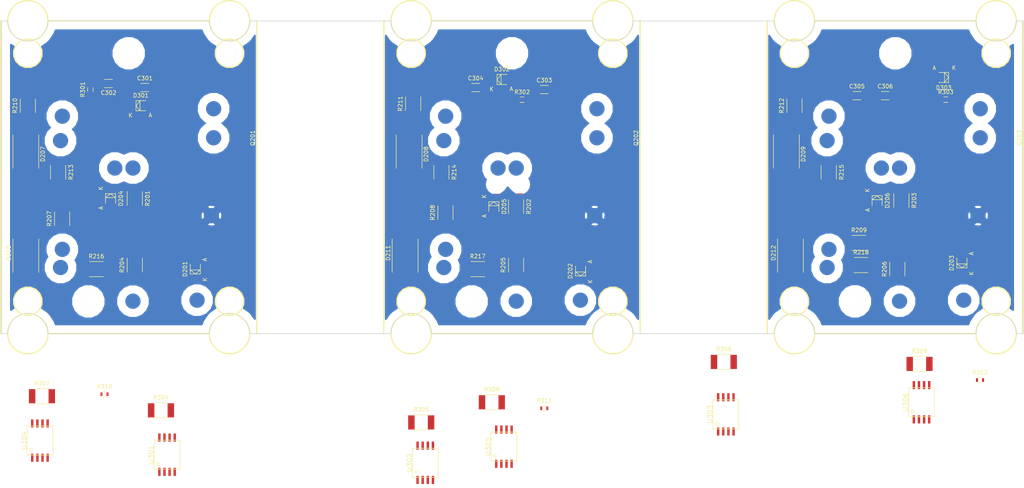
<source format=kicad_pcb>
(kicad_pcb (version 4) (host pcbnew 4.0.3+e1-6302~38~ubuntu15.10.1-stable)

  (general
    (links 114)
    (no_connects 114)
    (area 23.424999 55.424999 276.575001 133.075001)
    (thickness 1.6)
    (drawings 36)
    (tracks 1)
    (zones 0)
    (modules 60)
    (nets 70)
  )

  (page A4)
  (layers
    (0 F.Cu signal)
    (31 B.Cu signal)
    (32 B.Adhes user)
    (33 F.Adhes user)
    (34 B.Paste user)
    (35 F.Paste user)
    (36 B.SilkS user)
    (37 F.SilkS user)
    (38 B.Mask user)
    (39 F.Mask user)
    (40 Dwgs.User user)
    (41 Cmts.User user)
    (42 Eco1.User user)
    (43 Eco2.User user)
    (44 Edge.Cuts user)
    (45 Margin user)
    (46 B.CrtYd user)
    (47 F.CrtYd user)
    (48 B.Fab user)
    (49 F.Fab user)
  )

  (setup
    (last_trace_width 1)
    (user_trace_width 0.3)
    (user_trace_width 0.5)
    (user_trace_width 0.7)
    (user_trace_width 1)
    (user_trace_width 2)
    (trace_clearance 0.2)
    (zone_clearance 2)
    (zone_45_only no)
    (trace_min 0.2)
    (segment_width 0.2)
    (edge_width 0.15)
    (via_size 0.6)
    (via_drill 0.4)
    (via_min_size 0.4)
    (via_min_drill 0.3)
    (user_via 0.6 0.4)
    (user_via 0.8 0.6)
    (uvia_size 0.3)
    (uvia_drill 0.1)
    (uvias_allowed no)
    (uvia_min_size 0.2)
    (uvia_min_drill 0.1)
    (pcb_text_width 0.3)
    (pcb_text_size 1.5 1.5)
    (mod_edge_width 0.15)
    (mod_text_size 1 1)
    (mod_text_width 0.15)
    (pad_size 1.524 1.524)
    (pad_drill 0.762)
    (pad_to_mask_clearance 0.2)
    (aux_axis_origin 0 0)
    (visible_elements 7FFFFFFF)
    (pcbplotparams
      (layerselection 0x00030_80000001)
      (usegerberextensions false)
      (excludeedgelayer true)
      (linewidth 0.100000)
      (plotframeref false)
      (viasonmask false)
      (mode 1)
      (useauxorigin false)
      (hpglpennumber 1)
      (hpglpenspeed 20)
      (hpglpendiameter 15)
      (hpglpenoverlay 2)
      (psnegative false)
      (psa4output false)
      (plotreference true)
      (plotvalue true)
      (plotinvisibletext false)
      (padsonsilk false)
      (subtractmaskfromsilk false)
      (outputformat 1)
      (mirror false)
      (drillshape 1)
      (scaleselection 1)
      (outputdirectory ""))
  )

  (net 0 "")
  (net 1 Q1H_DS)
  (net 2 Q2H_DS)
  (net 3 Q3H_DS)
  (net 4 Q1H_EM)
  (net 5 Q1L_DS)
  (net 6 Q2H_EM)
  (net 7 Q2L_DS)
  (net 8 Q3H_EM)
  (net 9 Q3L_DS)
  (net 10 Q1L_EM)
  (net 11 Q1L_G)
  (net 12 Q1H_G)
  (net 13 Q2L_G)
  (net 14 Q2H_G)
  (net 15 Q3L_EM)
  (net 16 Q3L_G)
  (net 17 Q3H_G)
  (net 18 Q1H_BS)
  (net 19 Q2H_BS)
  (net 20 Q3H_BS)
  (net 21 +15V)
  (net 22 "Net-(D201-Pad1)")
  (net 23 "Net-(D202-Pad1)")
  (net 24 "Net-(D203-Pad1)")
  (net 25 "Net-(D207-Pad1)")
  (net 26 "Net-(D208-Pad1)")
  (net 27 "Net-(D209-Pad1)")
  (net 28 "Net-(D210-Pad1)")
  (net 29 "Net-(D211-Pad1)")
  (net 30 "Net-(D212-Pad1)")
  (net 31 "Net-(Q201-Pad6)")
  (net 32 "Net-(Q201-Pad8)")
  (net 33 "Net-(Q201-Pad10)")
  (net 34 "Net-(Q201-Pad12)")
  (net 35 "Net-(Q201-Pad14)")
  (net 36 "Net-(Q201-Pad15)")
  (net 37 "Net-(Q201-Pad16)")
  (net 38 "Net-(Q202-Pad6)")
  (net 39 "Net-(Q202-Pad8)")
  (net 40 "Net-(Q202-Pad10)")
  (net 41 "Net-(Q202-Pad12)")
  (net 42 "Net-(Q202-Pad14)")
  (net 43 "Net-(Q202-Pad15)")
  (net 44 "Net-(Q202-Pad16)")
  (net 45 "Net-(Q203-Pad6)")
  (net 46 "Net-(Q203-Pad8)")
  (net 47 "Net-(Q203-Pad10)")
  (net 48 "Net-(Q203-Pad12)")
  (net 49 "Net-(Q203-Pad14)")
  (net 50 "Net-(Q203-Pad15)")
  (net 51 "Net-(Q203-Pad16)")
  (net 52 "Net-(R304-Pad2)")
  (net 53 "Net-(R305-Pad2)")
  (net 54 "Net-(R306-Pad2)")
  (net 55 "Net-(R307-Pad2)")
  (net 56 "Net-(R308-Pad2)")
  (net 57 "Net-(R309-Pad2)")
  (net 58 VCC)
  (net 59 "Net-(U301-Pad2)")
  (net 60 GNDD)
  (net 61 "Net-(U302-Pad2)")
  (net 62 "Net-(U302-Pad3)")
  (net 63 "Net-(U303-Pad2)")
  (net 64 "Net-(U303-Pad3)")
  (net 65 "Net-(U304-Pad2)")
  (net 66 "Net-(U305-Pad2)")
  (net 67 "Net-(U305-Pad3)")
  (net 68 "Net-(U306-Pad2)")
  (net 69 "Net-(U306-Pad3)")

  (net_class Default "This is the default net class."
    (clearance 0.2)
    (trace_width 0.25)
    (via_dia 0.6)
    (via_drill 0.4)
    (uvia_dia 0.3)
    (uvia_drill 0.1)
    (add_net +15V)
    (add_net GNDD)
    (add_net "Net-(D201-Pad1)")
    (add_net "Net-(D202-Pad1)")
    (add_net "Net-(D203-Pad1)")
    (add_net "Net-(D207-Pad1)")
    (add_net "Net-(D208-Pad1)")
    (add_net "Net-(D209-Pad1)")
    (add_net "Net-(D210-Pad1)")
    (add_net "Net-(D211-Pad1)")
    (add_net "Net-(D212-Pad1)")
    (add_net "Net-(Q201-Pad10)")
    (add_net "Net-(Q201-Pad12)")
    (add_net "Net-(Q201-Pad14)")
    (add_net "Net-(Q201-Pad15)")
    (add_net "Net-(Q201-Pad16)")
    (add_net "Net-(Q201-Pad6)")
    (add_net "Net-(Q201-Pad8)")
    (add_net "Net-(Q202-Pad10)")
    (add_net "Net-(Q202-Pad12)")
    (add_net "Net-(Q202-Pad14)")
    (add_net "Net-(Q202-Pad15)")
    (add_net "Net-(Q202-Pad16)")
    (add_net "Net-(Q202-Pad6)")
    (add_net "Net-(Q202-Pad8)")
    (add_net "Net-(Q203-Pad10)")
    (add_net "Net-(Q203-Pad12)")
    (add_net "Net-(Q203-Pad14)")
    (add_net "Net-(Q203-Pad15)")
    (add_net "Net-(Q203-Pad16)")
    (add_net "Net-(Q203-Pad6)")
    (add_net "Net-(Q203-Pad8)")
    (add_net "Net-(R304-Pad2)")
    (add_net "Net-(R305-Pad2)")
    (add_net "Net-(R306-Pad2)")
    (add_net "Net-(R307-Pad2)")
    (add_net "Net-(R308-Pad2)")
    (add_net "Net-(R309-Pad2)")
    (add_net "Net-(U301-Pad2)")
    (add_net "Net-(U302-Pad2)")
    (add_net "Net-(U302-Pad3)")
    (add_net "Net-(U303-Pad2)")
    (add_net "Net-(U303-Pad3)")
    (add_net "Net-(U304-Pad2)")
    (add_net "Net-(U305-Pad2)")
    (add_net "Net-(U305-Pad3)")
    (add_net "Net-(U306-Pad2)")
    (add_net "Net-(U306-Pad3)")
    (add_net Q1H_BS)
    (add_net Q1H_DS)
    (add_net Q1H_EM)
    (add_net Q1H_G)
    (add_net Q1L_DS)
    (add_net Q1L_EM)
    (add_net Q1L_G)
    (add_net Q2H_BS)
    (add_net Q2H_DS)
    (add_net Q2H_EM)
    (add_net Q2H_G)
    (add_net Q2L_DS)
    (add_net Q2L_G)
    (add_net Q3H_BS)
    (add_net Q3H_DS)
    (add_net Q3H_EM)
    (add_net Q3H_G)
    (add_net Q3L_DS)
    (add_net Q3L_EM)
    (add_net Q3L_G)
    (add_net VCC)
  )

  (net_class Plate ""
    (clearance 2)
    (trace_width 0.25)
    (via_dia 0.6)
    (via_drill 0.4)
    (uvia_dia 0.3)
    (uvia_drill 0.1)
  )

  (net_class Traction ""
    (clearance 1)
    (trace_width 0.25)
    (via_dia 0.6)
    (via_drill 0.4)
    (uvia_dia 0.3)
    (uvia_drill 0.1)
  )

  (net_class logic ""
    (clearance 0.2)
    (trace_width 0.25)
    (via_dia 0.6)
    (via_drill 0.4)
    (uvia_dia 0.3)
    (uvia_drill 0.1)
  )

  (module VFD_parts:SEMiX_2s_7nc (layer F.Cu) (tedit 57BBDC49) (tstamp 57BBE6F1)
    (at 45 125 90)
    (path /576A744A/576A7685)
    (fp_text reference Q201 (at 40.5 40.75 90) (layer F.SilkS)
      (effects (font (size 1 1) (thickness 0.15)))
    )
    (fp_text value SEMiX402GB066HDs (at 9.5 40.75 90) (layer F.Fab)
      (effects (font (size 1 1) (thickness 0.15)))
    )
    (fp_line (start -8 41.75) (end 69.55 41.75) (layer F.SilkS) (width 0.3))
    (fp_line (start -8 -21.75) (end 69.55 -21.75) (layer F.SilkS) (width 0.3))
    (fp_circle (center 69.55 35) (end 69.5 40) (layer F.SilkS) (width 0.3))
    (fp_circle (center 69.55 -15) (end 69.5 -10) (layer F.SilkS) (width 0.3))
    (fp_circle (center -8 35) (end -8 30) (layer F.SilkS) (width 0.3))
    (fp_circle (center -8 -15) (end -8 -10) (layer F.SilkS) (width 0.3))
    (fp_line (start 69.55 -10) (end 69.55 30) (layer F.SilkS) (width 0.3))
    (fp_line (start -8 -10) (end -8 30) (layer F.SilkS) (width 0.3))
    (fp_circle (center 61.5 35) (end 58 35) (layer F.SilkS) (width 0.3))
    (fp_circle (center 61.5 -15) (end 58 -15) (layer F.SilkS) (width 0.3))
    (fp_circle (center 0 35) (end 3.5 35) (layer F.SilkS) (width 0.3))
    (fp_circle (center 0 -15) (end 3.5 -15) (layer F.SilkS) (width 0.3))
    (pad 5 smd circle (at 8.4 -6.9 90) (size 3.8 3.8) (layers B.Cu B.Paste B.Mask)
      (net 28 "Net-(D210-Pad1)"))
    (pad "" np_thru_hole circle (at 0 0 90) (size 4 4) (drill 4) (layers *.Cu *.Mask F.SilkS))
    (pad 6 smd circle (at 12.9 -6.45 90) (size 3.8 3.8) (layers B.Cu B.Paste B.Mask)
      (net 31 "Net-(Q201-Pad6)"))
    (pad 8 smd circle (at 0.05 11.05 90) (size 3.8 3.8) (layers B.Cu B.Paste B.Mask)
      (net 32 "Net-(Q201-Pad8)"))
    (pad 9 smd circle (at 39.85 -6.9 90) (size 3.8 3.8) (layers B.Cu B.Paste B.Mask)
      (net 25 "Net-(D207-Pad1)"))
    (pad 10 smd circle (at 45.9 -6.45 90) (size 3.8 3.8) (layers B.Cu B.Paste B.Mask)
      (net 33 "Net-(Q201-Pad10)"))
    (pad 11 smd circle (at 33.05 6.55 90) (size 3.8 3.8) (layers B.Cu B.Paste B.Mask)
      (net 4 Q1H_EM))
    (pad 12 smd circle (at 33.05 11.05 90) (size 3.8 3.8) (layers B.Cu B.Paste B.Mask)
      (net 34 "Net-(Q201-Pad12)"))
    (pad 13 smd circle (at 0.3 26.95 90) (size 3.8 3.8) (layers B.Cu B.Paste B.Mask)
      (net 22 "Net-(D201-Pad1)"))
    (pad 14 smd circle (at 21.25 30.5 90) (size 3.8 3.8) (layers B.Cu B.Paste B.Mask)
      (net 35 "Net-(Q201-Pad14)"))
    (pad 15 smd circle (at 40.55 31.05 90) (size 3.8 3.8) (layers B.Cu B.Paste B.Mask)
      (net 36 "Net-(Q201-Pad15)"))
    (pad 16 smd circle (at 47.75 31.05 90) (size 3.8 3.8) (layers B.Cu B.Paste B.Mask)
      (net 37 "Net-(Q201-Pad16)"))
    (pad "" np_thru_hole circle (at 61.5 10 90) (size 4 4) (drill 4) (layers *.Cu *.Mask F.SilkS))
    (pad "" np_thru_hole circle (at 0 -15 90) (size 3.3 3.3) (drill 3.3) (layers *.Cu *.Mask F.SilkS))
    (pad "" np_thru_hole circle (at 61.5 35 90) (size 3.3 3.3) (drill 3.3) (layers *.Cu *.Mask F.SilkS))
    (pad "" np_thru_hole circle (at 61.5 -15 90) (size 3.3 3.3) (drill 3.3) (layers *.Cu *.Mask F.SilkS))
    (pad "" np_thru_hole circle (at 0 35 90) (size 3.3 3.3) (drill 3.3) (layers *.Cu *.Mask F.SilkS))
  )

  (module Capacitors_SMD:C_1206 (layer F.Cu) (tedit 5415D7BD) (tstamp 57BBE658)
    (at 59 72)
    (descr "Capacitor SMD 1206, reflow soldering, AVX (see smccp.pdf)")
    (tags "capacitor 1206")
    (path /576A7A92/576AA0A2)
    (attr smd)
    (fp_text reference C301 (at 0 -2.3) (layer F.SilkS)
      (effects (font (size 1 1) (thickness 0.15)))
    )
    (fp_text value C (at 0 2.3) (layer F.Fab)
      (effects (font (size 1 1) (thickness 0.15)))
    )
    (fp_line (start -2.3 -1.15) (end 2.3 -1.15) (layer F.CrtYd) (width 0.05))
    (fp_line (start -2.3 1.15) (end 2.3 1.15) (layer F.CrtYd) (width 0.05))
    (fp_line (start -2.3 -1.15) (end -2.3 1.15) (layer F.CrtYd) (width 0.05))
    (fp_line (start 2.3 -1.15) (end 2.3 1.15) (layer F.CrtYd) (width 0.05))
    (fp_line (start 1 -1.025) (end -1 -1.025) (layer F.SilkS) (width 0.15))
    (fp_line (start -1 1.025) (end 1 1.025) (layer F.SilkS) (width 0.15))
    (pad 1 smd rect (at -1.5 0) (size 1 1.6) (layers F.Cu F.Paste F.Mask)
      (net 21 +15V))
    (pad 2 smd rect (at 1.5 0) (size 1 1.6) (layers F.Cu F.Paste F.Mask)
      (net 10 Q1L_EM))
    (model Capacitors_SMD.3dshapes/C_1206.wrl
      (at (xyz 0 0 0))
      (scale (xyz 1 1 1))
      (rotate (xyz 0 0 0))
    )
  )

  (module Capacitors_SMD:C_1206 (layer F.Cu) (tedit 5415D7BD) (tstamp 57BBE65E)
    (at 50 71 180)
    (descr "Capacitor SMD 1206, reflow soldering, AVX (see smccp.pdf)")
    (tags "capacitor 1206")
    (path /576A7A92/576A8CB5)
    (attr smd)
    (fp_text reference C302 (at 0 -2.3 180) (layer F.SilkS)
      (effects (font (size 1 1) (thickness 0.15)))
    )
    (fp_text value C (at 0 2.3 180) (layer F.Fab)
      (effects (font (size 1 1) (thickness 0.15)))
    )
    (fp_line (start -2.3 -1.15) (end 2.3 -1.15) (layer F.CrtYd) (width 0.05))
    (fp_line (start -2.3 1.15) (end 2.3 1.15) (layer F.CrtYd) (width 0.05))
    (fp_line (start -2.3 -1.15) (end -2.3 1.15) (layer F.CrtYd) (width 0.05))
    (fp_line (start 2.3 -1.15) (end 2.3 1.15) (layer F.CrtYd) (width 0.05))
    (fp_line (start 1 -1.025) (end -1 -1.025) (layer F.SilkS) (width 0.15))
    (fp_line (start -1 1.025) (end 1 1.025) (layer F.SilkS) (width 0.15))
    (pad 1 smd rect (at -1.5 0 180) (size 1 1.6) (layers F.Cu F.Paste F.Mask)
      (net 18 Q1H_BS))
    (pad 2 smd rect (at 1.5 0 180) (size 1 1.6) (layers F.Cu F.Paste F.Mask)
      (net 4 Q1H_EM))
    (model Capacitors_SMD.3dshapes/C_1206.wrl
      (at (xyz 0 0 0))
      (scale (xyz 1 1 1))
      (rotate (xyz 0 0 0))
    )
  )

  (module Capacitors_SMD:C_1206 (layer F.Cu) (tedit 5415D7BD) (tstamp 57BBE664)
    (at 158 72.5)
    (descr "Capacitor SMD 1206, reflow soldering, AVX (see smccp.pdf)")
    (tags "capacitor 1206")
    (path /576A7A92/576AA219)
    (attr smd)
    (fp_text reference C303 (at 0 -2.3) (layer F.SilkS)
      (effects (font (size 1 1) (thickness 0.15)))
    )
    (fp_text value C (at 0 2.3) (layer F.Fab)
      (effects (font (size 1 1) (thickness 0.15)))
    )
    (fp_line (start -2.3 -1.15) (end 2.3 -1.15) (layer F.CrtYd) (width 0.05))
    (fp_line (start -2.3 1.15) (end 2.3 1.15) (layer F.CrtYd) (width 0.05))
    (fp_line (start -2.3 -1.15) (end -2.3 1.15) (layer F.CrtYd) (width 0.05))
    (fp_line (start 2.3 -1.15) (end 2.3 1.15) (layer F.CrtYd) (width 0.05))
    (fp_line (start 1 -1.025) (end -1 -1.025) (layer F.SilkS) (width 0.15))
    (fp_line (start -1 1.025) (end 1 1.025) (layer F.SilkS) (width 0.15))
    (pad 1 smd rect (at -1.5 0) (size 1 1.6) (layers F.Cu F.Paste F.Mask)
      (net 21 +15V))
    (pad 2 smd rect (at 1.5 0) (size 1 1.6) (layers F.Cu F.Paste F.Mask)
      (net 10 Q1L_EM))
    (model Capacitors_SMD.3dshapes/C_1206.wrl
      (at (xyz 0 0 0))
      (scale (xyz 1 1 1))
      (rotate (xyz 0 0 0))
    )
  )

  (module Capacitors_SMD:C_1206 (layer F.Cu) (tedit 5415D7BD) (tstamp 57BBE66A)
    (at 141 72)
    (descr "Capacitor SMD 1206, reflow soldering, AVX (see smccp.pdf)")
    (tags "capacitor 1206")
    (path /576A7A92/576A9077)
    (attr smd)
    (fp_text reference C304 (at 0 -2.3) (layer F.SilkS)
      (effects (font (size 1 1) (thickness 0.15)))
    )
    (fp_text value C (at 0 2.3) (layer F.Fab)
      (effects (font (size 1 1) (thickness 0.15)))
    )
    (fp_line (start -2.3 -1.15) (end 2.3 -1.15) (layer F.CrtYd) (width 0.05))
    (fp_line (start -2.3 1.15) (end 2.3 1.15) (layer F.CrtYd) (width 0.05))
    (fp_line (start -2.3 -1.15) (end -2.3 1.15) (layer F.CrtYd) (width 0.05))
    (fp_line (start 2.3 -1.15) (end 2.3 1.15) (layer F.CrtYd) (width 0.05))
    (fp_line (start 1 -1.025) (end -1 -1.025) (layer F.SilkS) (width 0.15))
    (fp_line (start -1 1.025) (end 1 1.025) (layer F.SilkS) (width 0.15))
    (pad 1 smd rect (at -1.5 0) (size 1 1.6) (layers F.Cu F.Paste F.Mask)
      (net 19 Q2H_BS))
    (pad 2 smd rect (at 1.5 0) (size 1 1.6) (layers F.Cu F.Paste F.Mask)
      (net 6 Q2H_EM))
    (model Capacitors_SMD.3dshapes/C_1206.wrl
      (at (xyz 0 0 0))
      (scale (xyz 1 1 1))
      (rotate (xyz 0 0 0))
    )
  )

  (module Capacitors_SMD:C_1206 (layer F.Cu) (tedit 5415D7BD) (tstamp 57BBE670)
    (at 235.5 74)
    (descr "Capacitor SMD 1206, reflow soldering, AVX (see smccp.pdf)")
    (tags "capacitor 1206")
    (path /576A7A92/576AA25A)
    (attr smd)
    (fp_text reference C305 (at 0 -2.3) (layer F.SilkS)
      (effects (font (size 1 1) (thickness 0.15)))
    )
    (fp_text value C (at 0 2.3) (layer F.Fab)
      (effects (font (size 1 1) (thickness 0.15)))
    )
    (fp_line (start -2.3 -1.15) (end 2.3 -1.15) (layer F.CrtYd) (width 0.05))
    (fp_line (start -2.3 1.15) (end 2.3 1.15) (layer F.CrtYd) (width 0.05))
    (fp_line (start -2.3 -1.15) (end -2.3 1.15) (layer F.CrtYd) (width 0.05))
    (fp_line (start 2.3 -1.15) (end 2.3 1.15) (layer F.CrtYd) (width 0.05))
    (fp_line (start 1 -1.025) (end -1 -1.025) (layer F.SilkS) (width 0.15))
    (fp_line (start -1 1.025) (end 1 1.025) (layer F.SilkS) (width 0.15))
    (pad 1 smd rect (at -1.5 0) (size 1 1.6) (layers F.Cu F.Paste F.Mask)
      (net 21 +15V))
    (pad 2 smd rect (at 1.5 0) (size 1 1.6) (layers F.Cu F.Paste F.Mask)
      (net 15 Q3L_EM))
    (model Capacitors_SMD.3dshapes/C_1206.wrl
      (at (xyz 0 0 0))
      (scale (xyz 1 1 1))
      (rotate (xyz 0 0 0))
    )
  )

  (module Capacitors_SMD:C_1206 (layer F.Cu) (tedit 5415D7BD) (tstamp 57BBE676)
    (at 242.5 74)
    (descr "Capacitor SMD 1206, reflow soldering, AVX (see smccp.pdf)")
    (tags "capacitor 1206")
    (path /576A7A92/576A912D)
    (attr smd)
    (fp_text reference C306 (at 0 -2.3) (layer F.SilkS)
      (effects (font (size 1 1) (thickness 0.15)))
    )
    (fp_text value C (at 0 2.3) (layer F.Fab)
      (effects (font (size 1 1) (thickness 0.15)))
    )
    (fp_line (start -2.3 -1.15) (end 2.3 -1.15) (layer F.CrtYd) (width 0.05))
    (fp_line (start -2.3 1.15) (end 2.3 1.15) (layer F.CrtYd) (width 0.05))
    (fp_line (start -2.3 -1.15) (end -2.3 1.15) (layer F.CrtYd) (width 0.05))
    (fp_line (start 2.3 -1.15) (end 2.3 1.15) (layer F.CrtYd) (width 0.05))
    (fp_line (start 1 -1.025) (end -1 -1.025) (layer F.SilkS) (width 0.15))
    (fp_line (start -1 1.025) (end 1 1.025) (layer F.SilkS) (width 0.15))
    (pad 1 smd rect (at -1.5 0) (size 1 1.6) (layers F.Cu F.Paste F.Mask)
      (net 20 Q3H_BS))
    (pad 2 smd rect (at 1.5 0) (size 1 1.6) (layers F.Cu F.Paste F.Mask)
      (net 8 Q3H_EM))
    (model Capacitors_SMD.3dshapes/C_1206.wrl
      (at (xyz 0 0 0))
      (scale (xyz 1 1 1))
      (rotate (xyz 0 0 0))
    )
  )

  (module Diodes_SMD:MELF_Standard (layer F.Cu) (tedit 552FE7DB) (tstamp 57BBE67C)
    (at 71.5 117 90)
    (descr "Diode, MELF, Standard,")
    (tags "Diode MELF Standard ")
    (path /576A744A/576A7B35)
    (attr smd)
    (fp_text reference D201 (at 0 -2.54 90) (layer F.SilkS)
      (effects (font (size 1 1) (thickness 0.15)))
    )
    (fp_text value D (at 0 3.81 90) (layer F.Fab)
      (effects (font (size 1 1) (thickness 0.15)))
    )
    (fp_line (start -3.4 -1.6) (end 3.4 -1.6) (layer F.CrtYd) (width 0.05))
    (fp_line (start 3.4 -1.6) (end 3.4 1.6) (layer F.CrtYd) (width 0.05))
    (fp_line (start 3.4 1.6) (end -3.4 1.6) (layer F.CrtYd) (width 0.05))
    (fp_line (start -3.4 1.6) (end -3.4 -1.6) (layer F.CrtYd) (width 0.05))
    (fp_line (start -1.15062 0) (end -0.20066 -1.24968) (layer F.SilkS) (width 0.15))
    (fp_line (start -0.20066 -1.24968) (end -0.20066 1.24968) (layer F.SilkS) (width 0.15))
    (fp_line (start -0.20066 1.24968) (end -1.19888 0) (layer F.SilkS) (width 0.15))
    (fp_line (start -1.19888 -1.24968) (end -1.19888 1.24968) (layer F.SilkS) (width 0.15))
    (fp_text user K (at -2.55 2.4 90) (layer F.SilkS)
      (effects (font (size 1 1) (thickness 0.15)))
    )
    (fp_text user A (at 2.35 2.35 90) (layer F.SilkS)
      (effects (font (size 1 1) (thickness 0.15)))
    )
    (fp_circle (center 0 0) (end -0.8001 0.29972) (layer F.Adhes) (width 0.381))
    (fp_circle (center 0 0) (end 0 0.55118) (layer F.Adhes) (width 0.381))
    (fp_circle (center 0 0) (end 0 0.20066) (layer F.Adhes) (width 0.381))
    (fp_line (start 1.09982 -1.24968) (end 1.19888 -1.24968) (layer F.SilkS) (width 0.15))
    (fp_line (start 1.09982 1.24968) (end 1.19888 1.24968) (layer F.SilkS) (width 0.15))
    (fp_line (start -1.19888 -1.24968) (end 1.15062 -1.24968) (layer F.SilkS) (width 0.15))
    (fp_line (start -1.19888 1.24968) (end 1.04902 1.24968) (layer F.SilkS) (width 0.15))
    (pad 1 smd rect (at -2.4003 0 90) (size 1.50114 2.70002) (layers F.Cu F.Paste F.Mask)
      (net 22 "Net-(D201-Pad1)"))
    (pad 2 smd rect (at 2.4003 0 90) (size 1.50114 2.70002) (layers F.Cu F.Paste F.Mask)
      (net 1 Q1H_DS))
    (model Diodes_SMD.3dshapes/MELF_Standard.wrl
      (at (xyz 0 0 0))
      (scale (xyz 0.3937 0.3937 0.3937))
      (rotate (xyz 0 0 180))
    )
  )

  (module Diodes_SMD:MELF_Standard (layer F.Cu) (tedit 552FE7DB) (tstamp 57BBE682)
    (at 167 117.5 90)
    (descr "Diode, MELF, Standard,")
    (tags "Diode MELF Standard ")
    (path /576A744A/57BC07C0)
    (attr smd)
    (fp_text reference D202 (at 0 -2.54 90) (layer F.SilkS)
      (effects (font (size 1 1) (thickness 0.15)))
    )
    (fp_text value D (at 0 3.81 90) (layer F.Fab)
      (effects (font (size 1 1) (thickness 0.15)))
    )
    (fp_line (start -3.4 -1.6) (end 3.4 -1.6) (layer F.CrtYd) (width 0.05))
    (fp_line (start 3.4 -1.6) (end 3.4 1.6) (layer F.CrtYd) (width 0.05))
    (fp_line (start 3.4 1.6) (end -3.4 1.6) (layer F.CrtYd) (width 0.05))
    (fp_line (start -3.4 1.6) (end -3.4 -1.6) (layer F.CrtYd) (width 0.05))
    (fp_line (start -1.15062 0) (end -0.20066 -1.24968) (layer F.SilkS) (width 0.15))
    (fp_line (start -0.20066 -1.24968) (end -0.20066 1.24968) (layer F.SilkS) (width 0.15))
    (fp_line (start -0.20066 1.24968) (end -1.19888 0) (layer F.SilkS) (width 0.15))
    (fp_line (start -1.19888 -1.24968) (end -1.19888 1.24968) (layer F.SilkS) (width 0.15))
    (fp_text user K (at -2.55 2.4 90) (layer F.SilkS)
      (effects (font (size 1 1) (thickness 0.15)))
    )
    (fp_text user A (at 2.35 2.35 90) (layer F.SilkS)
      (effects (font (size 1 1) (thickness 0.15)))
    )
    (fp_circle (center 0 0) (end -0.8001 0.29972) (layer F.Adhes) (width 0.381))
    (fp_circle (center 0 0) (end 0 0.55118) (layer F.Adhes) (width 0.381))
    (fp_circle (center 0 0) (end 0 0.20066) (layer F.Adhes) (width 0.381))
    (fp_line (start 1.09982 -1.24968) (end 1.19888 -1.24968) (layer F.SilkS) (width 0.15))
    (fp_line (start 1.09982 1.24968) (end 1.19888 1.24968) (layer F.SilkS) (width 0.15))
    (fp_line (start -1.19888 -1.24968) (end 1.15062 -1.24968) (layer F.SilkS) (width 0.15))
    (fp_line (start -1.19888 1.24968) (end 1.04902 1.24968) (layer F.SilkS) (width 0.15))
    (pad 1 smd rect (at -2.4003 0 90) (size 1.50114 2.70002) (layers F.Cu F.Paste F.Mask)
      (net 23 "Net-(D202-Pad1)"))
    (pad 2 smd rect (at 2.4003 0 90) (size 1.50114 2.70002) (layers F.Cu F.Paste F.Mask)
      (net 2 Q2H_DS))
    (model Diodes_SMD.3dshapes/MELF_Standard.wrl
      (at (xyz 0 0 0))
      (scale (xyz 0.3937 0.3937 0.3937))
      (rotate (xyz 0 0 180))
    )
  )

  (module Diodes_SMD:MELF_Standard (layer F.Cu) (tedit 552FE7DB) (tstamp 57BBE688)
    (at 261.5 115.5 90)
    (descr "Diode, MELF, Standard,")
    (tags "Diode MELF Standard ")
    (path /576A744A/57BC10EC)
    (attr smd)
    (fp_text reference D203 (at 0 -2.54 90) (layer F.SilkS)
      (effects (font (size 1 1) (thickness 0.15)))
    )
    (fp_text value D (at 0 3.81 90) (layer F.Fab)
      (effects (font (size 1 1) (thickness 0.15)))
    )
    (fp_line (start -3.4 -1.6) (end 3.4 -1.6) (layer F.CrtYd) (width 0.05))
    (fp_line (start 3.4 -1.6) (end 3.4 1.6) (layer F.CrtYd) (width 0.05))
    (fp_line (start 3.4 1.6) (end -3.4 1.6) (layer F.CrtYd) (width 0.05))
    (fp_line (start -3.4 1.6) (end -3.4 -1.6) (layer F.CrtYd) (width 0.05))
    (fp_line (start -1.15062 0) (end -0.20066 -1.24968) (layer F.SilkS) (width 0.15))
    (fp_line (start -0.20066 -1.24968) (end -0.20066 1.24968) (layer F.SilkS) (width 0.15))
    (fp_line (start -0.20066 1.24968) (end -1.19888 0) (layer F.SilkS) (width 0.15))
    (fp_line (start -1.19888 -1.24968) (end -1.19888 1.24968) (layer F.SilkS) (width 0.15))
    (fp_text user K (at -2.55 2.4 90) (layer F.SilkS)
      (effects (font (size 1 1) (thickness 0.15)))
    )
    (fp_text user A (at 2.35 2.35 90) (layer F.SilkS)
      (effects (font (size 1 1) (thickness 0.15)))
    )
    (fp_circle (center 0 0) (end -0.8001 0.29972) (layer F.Adhes) (width 0.381))
    (fp_circle (center 0 0) (end 0 0.55118) (layer F.Adhes) (width 0.381))
    (fp_circle (center 0 0) (end 0 0.20066) (layer F.Adhes) (width 0.381))
    (fp_line (start 1.09982 -1.24968) (end 1.19888 -1.24968) (layer F.SilkS) (width 0.15))
    (fp_line (start 1.09982 1.24968) (end 1.19888 1.24968) (layer F.SilkS) (width 0.15))
    (fp_line (start -1.19888 -1.24968) (end 1.15062 -1.24968) (layer F.SilkS) (width 0.15))
    (fp_line (start -1.19888 1.24968) (end 1.04902 1.24968) (layer F.SilkS) (width 0.15))
    (pad 1 smd rect (at -2.4003 0 90) (size 1.50114 2.70002) (layers F.Cu F.Paste F.Mask)
      (net 24 "Net-(D203-Pad1)"))
    (pad 2 smd rect (at 2.4003 0 90) (size 1.50114 2.70002) (layers F.Cu F.Paste F.Mask)
      (net 3 Q3H_DS))
    (model Diodes_SMD.3dshapes/MELF_Standard.wrl
      (at (xyz 0 0 0))
      (scale (xyz 0.3937 0.3937 0.3937))
      (rotate (xyz 0 0 180))
    )
  )

  (module Diodes_SMD:MELF_Standard (layer F.Cu) (tedit 552FE7DB) (tstamp 57BBE68E)
    (at 50.5 99.5 270)
    (descr "Diode, MELF, Standard,")
    (tags "Diode MELF Standard ")
    (path /576A744A/576A7B8A)
    (attr smd)
    (fp_text reference D204 (at 0 -2.54 270) (layer F.SilkS)
      (effects (font (size 1 1) (thickness 0.15)))
    )
    (fp_text value D (at 0 3.81 270) (layer F.Fab)
      (effects (font (size 1 1) (thickness 0.15)))
    )
    (fp_line (start -3.4 -1.6) (end 3.4 -1.6) (layer F.CrtYd) (width 0.05))
    (fp_line (start 3.4 -1.6) (end 3.4 1.6) (layer F.CrtYd) (width 0.05))
    (fp_line (start 3.4 1.6) (end -3.4 1.6) (layer F.CrtYd) (width 0.05))
    (fp_line (start -3.4 1.6) (end -3.4 -1.6) (layer F.CrtYd) (width 0.05))
    (fp_line (start -1.15062 0) (end -0.20066 -1.24968) (layer F.SilkS) (width 0.15))
    (fp_line (start -0.20066 -1.24968) (end -0.20066 1.24968) (layer F.SilkS) (width 0.15))
    (fp_line (start -0.20066 1.24968) (end -1.19888 0) (layer F.SilkS) (width 0.15))
    (fp_line (start -1.19888 -1.24968) (end -1.19888 1.24968) (layer F.SilkS) (width 0.15))
    (fp_text user K (at -2.55 2.4 270) (layer F.SilkS)
      (effects (font (size 1 1) (thickness 0.15)))
    )
    (fp_text user A (at 2.35 2.35 270) (layer F.SilkS)
      (effects (font (size 1 1) (thickness 0.15)))
    )
    (fp_circle (center 0 0) (end -0.8001 0.29972) (layer F.Adhes) (width 0.381))
    (fp_circle (center 0 0) (end 0 0.55118) (layer F.Adhes) (width 0.381))
    (fp_circle (center 0 0) (end 0 0.20066) (layer F.Adhes) (width 0.381))
    (fp_line (start 1.09982 -1.24968) (end 1.19888 -1.24968) (layer F.SilkS) (width 0.15))
    (fp_line (start 1.09982 1.24968) (end 1.19888 1.24968) (layer F.SilkS) (width 0.15))
    (fp_line (start -1.19888 -1.24968) (end 1.15062 -1.24968) (layer F.SilkS) (width 0.15))
    (fp_line (start -1.19888 1.24968) (end 1.04902 1.24968) (layer F.SilkS) (width 0.15))
    (pad 1 smd rect (at -2.4003 0 270) (size 1.50114 2.70002) (layers F.Cu F.Paste F.Mask)
      (net 4 Q1H_EM))
    (pad 2 smd rect (at 2.4003 0 270) (size 1.50114 2.70002) (layers F.Cu F.Paste F.Mask)
      (net 5 Q1L_DS))
    (model Diodes_SMD.3dshapes/MELF_Standard.wrl
      (at (xyz 0 0 0))
      (scale (xyz 0.3937 0.3937 0.3937))
      (rotate (xyz 0 0 180))
    )
  )

  (module Diodes_SMD:MELF_Standard (layer F.Cu) (tedit 552FE7DB) (tstamp 57BBE694)
    (at 145.5 101.5 270)
    (descr "Diode, MELF, Standard,")
    (tags "Diode MELF Standard ")
    (path /576A744A/57BC07C6)
    (attr smd)
    (fp_text reference D205 (at 0 -2.54 270) (layer F.SilkS)
      (effects (font (size 1 1) (thickness 0.15)))
    )
    (fp_text value D (at 0 3.81 270) (layer F.Fab)
      (effects (font (size 1 1) (thickness 0.15)))
    )
    (fp_line (start -3.4 -1.6) (end 3.4 -1.6) (layer F.CrtYd) (width 0.05))
    (fp_line (start 3.4 -1.6) (end 3.4 1.6) (layer F.CrtYd) (width 0.05))
    (fp_line (start 3.4 1.6) (end -3.4 1.6) (layer F.CrtYd) (width 0.05))
    (fp_line (start -3.4 1.6) (end -3.4 -1.6) (layer F.CrtYd) (width 0.05))
    (fp_line (start -1.15062 0) (end -0.20066 -1.24968) (layer F.SilkS) (width 0.15))
    (fp_line (start -0.20066 -1.24968) (end -0.20066 1.24968) (layer F.SilkS) (width 0.15))
    (fp_line (start -0.20066 1.24968) (end -1.19888 0) (layer F.SilkS) (width 0.15))
    (fp_line (start -1.19888 -1.24968) (end -1.19888 1.24968) (layer F.SilkS) (width 0.15))
    (fp_text user K (at -2.55 2.4 270) (layer F.SilkS)
      (effects (font (size 1 1) (thickness 0.15)))
    )
    (fp_text user A (at 2.35 2.35 270) (layer F.SilkS)
      (effects (font (size 1 1) (thickness 0.15)))
    )
    (fp_circle (center 0 0) (end -0.8001 0.29972) (layer F.Adhes) (width 0.381))
    (fp_circle (center 0 0) (end 0 0.55118) (layer F.Adhes) (width 0.381))
    (fp_circle (center 0 0) (end 0 0.20066) (layer F.Adhes) (width 0.381))
    (fp_line (start 1.09982 -1.24968) (end 1.19888 -1.24968) (layer F.SilkS) (width 0.15))
    (fp_line (start 1.09982 1.24968) (end 1.19888 1.24968) (layer F.SilkS) (width 0.15))
    (fp_line (start -1.19888 -1.24968) (end 1.15062 -1.24968) (layer F.SilkS) (width 0.15))
    (fp_line (start -1.19888 1.24968) (end 1.04902 1.24968) (layer F.SilkS) (width 0.15))
    (pad 1 smd rect (at -2.4003 0 270) (size 1.50114 2.70002) (layers F.Cu F.Paste F.Mask)
      (net 6 Q2H_EM))
    (pad 2 smd rect (at 2.4003 0 270) (size 1.50114 2.70002) (layers F.Cu F.Paste F.Mask)
      (net 7 Q2L_DS))
    (model Diodes_SMD.3dshapes/MELF_Standard.wrl
      (at (xyz 0 0 0))
      (scale (xyz 0.3937 0.3937 0.3937))
      (rotate (xyz 0 0 180))
    )
  )

  (module Diodes_SMD:MELF_Standard (layer F.Cu) (tedit 552FE7DB) (tstamp 57BBE69A)
    (at 240.5 100 270)
    (descr "Diode, MELF, Standard,")
    (tags "Diode MELF Standard ")
    (path /576A744A/57BC10F2)
    (attr smd)
    (fp_text reference D206 (at 0 -2.54 270) (layer F.SilkS)
      (effects (font (size 1 1) (thickness 0.15)))
    )
    (fp_text value D (at 0 3.81 270) (layer F.Fab)
      (effects (font (size 1 1) (thickness 0.15)))
    )
    (fp_line (start -3.4 -1.6) (end 3.4 -1.6) (layer F.CrtYd) (width 0.05))
    (fp_line (start 3.4 -1.6) (end 3.4 1.6) (layer F.CrtYd) (width 0.05))
    (fp_line (start 3.4 1.6) (end -3.4 1.6) (layer F.CrtYd) (width 0.05))
    (fp_line (start -3.4 1.6) (end -3.4 -1.6) (layer F.CrtYd) (width 0.05))
    (fp_line (start -1.15062 0) (end -0.20066 -1.24968) (layer F.SilkS) (width 0.15))
    (fp_line (start -0.20066 -1.24968) (end -0.20066 1.24968) (layer F.SilkS) (width 0.15))
    (fp_line (start -0.20066 1.24968) (end -1.19888 0) (layer F.SilkS) (width 0.15))
    (fp_line (start -1.19888 -1.24968) (end -1.19888 1.24968) (layer F.SilkS) (width 0.15))
    (fp_text user K (at -2.55 2.4 270) (layer F.SilkS)
      (effects (font (size 1 1) (thickness 0.15)))
    )
    (fp_text user A (at 2.35 2.35 270) (layer F.SilkS)
      (effects (font (size 1 1) (thickness 0.15)))
    )
    (fp_circle (center 0 0) (end -0.8001 0.29972) (layer F.Adhes) (width 0.381))
    (fp_circle (center 0 0) (end 0 0.55118) (layer F.Adhes) (width 0.381))
    (fp_circle (center 0 0) (end 0 0.20066) (layer F.Adhes) (width 0.381))
    (fp_line (start 1.09982 -1.24968) (end 1.19888 -1.24968) (layer F.SilkS) (width 0.15))
    (fp_line (start 1.09982 1.24968) (end 1.19888 1.24968) (layer F.SilkS) (width 0.15))
    (fp_line (start -1.19888 -1.24968) (end 1.15062 -1.24968) (layer F.SilkS) (width 0.15))
    (fp_line (start -1.19888 1.24968) (end 1.04902 1.24968) (layer F.SilkS) (width 0.15))
    (pad 1 smd rect (at -2.4003 0 270) (size 1.50114 2.70002) (layers F.Cu F.Paste F.Mask)
      (net 8 Q3H_EM))
    (pad 2 smd rect (at 2.4003 0 270) (size 1.50114 2.70002) (layers F.Cu F.Paste F.Mask)
      (net 9 Q3L_DS))
    (model Diodes_SMD.3dshapes/MELF_Standard.wrl
      (at (xyz 0 0 0))
      (scale (xyz 0.3937 0.3937 0.3937))
      (rotate (xyz 0 0 180))
    )
  )

  (module Diodes_SMD:DO-214AB (layer F.Cu) (tedit 55429DAE) (tstamp 57BBE6A0)
    (at 29.5 88.5 270)
    (descr "Jedec DO-214AB diode package. Designed according to Fairchild SS32 datasheet.")
    (tags "DO-214AB diode")
    (path /576A744A/57BBE0CB)
    (attr smd)
    (fp_text reference D207 (at 0 -4.2 270) (layer F.SilkS)
      (effects (font (size 1 1) (thickness 0.15)))
    )
    (fp_text value D (at 0 4.6 270) (layer F.Fab)
      (effects (font (size 1 1) (thickness 0.15)))
    )
    (fp_line (start -5.15 -3.45) (end 5.15 -3.45) (layer F.CrtYd) (width 0.05))
    (fp_line (start 5.15 -3.45) (end 5.15 3.45) (layer F.CrtYd) (width 0.05))
    (fp_line (start 5.15 3.45) (end -5.15 3.45) (layer F.CrtYd) (width 0.05))
    (fp_line (start -5.15 3.45) (end -5.15 -3.45) (layer F.CrtYd) (width 0.05))
    (fp_line (start 3.5 3.2) (end -4.8 3.2) (layer F.SilkS) (width 0.15))
    (fp_line (start -4.8 -3.2) (end 3.5 -3.2) (layer F.SilkS) (width 0.15))
    (pad 2 smd rect (at 3.6 0 270) (size 2.6 3.2) (layers F.Cu F.Paste F.Mask)
      (net 10 Q1L_EM))
    (pad 1 smd rect (at -3.6 0 270) (size 2.6 3.2) (layers F.Cu F.Paste F.Mask)
      (net 25 "Net-(D207-Pad1)"))
    (model Diodes_SMD.3dshapes/DO-214AB.wrl
      (at (xyz 0 0 0))
      (scale (xyz 0.39 0.39 0.39))
      (rotate (xyz 0 0 180))
    )
  )

  (module Diodes_SMD:DO-214AB (layer F.Cu) (tedit 55429DAE) (tstamp 57BBE6A6)
    (at 124.5 88.5 270)
    (descr "Jedec DO-214AB diode package. Designed according to Fairchild SS32 datasheet.")
    (tags "DO-214AB diode")
    (path /576A744A/57BC07CC)
    (attr smd)
    (fp_text reference D208 (at 0 -4.2 270) (layer F.SilkS)
      (effects (font (size 1 1) (thickness 0.15)))
    )
    (fp_text value D (at 0 4.6 270) (layer F.Fab)
      (effects (font (size 1 1) (thickness 0.15)))
    )
    (fp_line (start -5.15 -3.45) (end 5.15 -3.45) (layer F.CrtYd) (width 0.05))
    (fp_line (start 5.15 -3.45) (end 5.15 3.45) (layer F.CrtYd) (width 0.05))
    (fp_line (start 5.15 3.45) (end -5.15 3.45) (layer F.CrtYd) (width 0.05))
    (fp_line (start -5.15 3.45) (end -5.15 -3.45) (layer F.CrtYd) (width 0.05))
    (fp_line (start 3.5 3.2) (end -4.8 3.2) (layer F.SilkS) (width 0.15))
    (fp_line (start -4.8 -3.2) (end 3.5 -3.2) (layer F.SilkS) (width 0.15))
    (pad 2 smd rect (at 3.6 0 270) (size 2.6 3.2) (layers F.Cu F.Paste F.Mask)
      (net 10 Q1L_EM))
    (pad 1 smd rect (at -3.6 0 270) (size 2.6 3.2) (layers F.Cu F.Paste F.Mask)
      (net 26 "Net-(D208-Pad1)"))
    (model Diodes_SMD.3dshapes/DO-214AB.wrl
      (at (xyz 0 0 0))
      (scale (xyz 0.39 0.39 0.39))
      (rotate (xyz 0 0 180))
    )
  )

  (module Diodes_SMD:DO-214AB (layer F.Cu) (tedit 55429DAE) (tstamp 57BBE6AC)
    (at 218 88.5 270)
    (descr "Jedec DO-214AB diode package. Designed according to Fairchild SS32 datasheet.")
    (tags "DO-214AB diode")
    (path /576A744A/57BC10F8)
    (attr smd)
    (fp_text reference D209 (at 0 -4.2 270) (layer F.SilkS)
      (effects (font (size 1 1) (thickness 0.15)))
    )
    (fp_text value D (at 0 4.6 270) (layer F.Fab)
      (effects (font (size 1 1) (thickness 0.15)))
    )
    (fp_line (start -5.15 -3.45) (end 5.15 -3.45) (layer F.CrtYd) (width 0.05))
    (fp_line (start 5.15 -3.45) (end 5.15 3.45) (layer F.CrtYd) (width 0.05))
    (fp_line (start 5.15 3.45) (end -5.15 3.45) (layer F.CrtYd) (width 0.05))
    (fp_line (start -5.15 3.45) (end -5.15 -3.45) (layer F.CrtYd) (width 0.05))
    (fp_line (start 3.5 3.2) (end -4.8 3.2) (layer F.SilkS) (width 0.15))
    (fp_line (start -4.8 -3.2) (end 3.5 -3.2) (layer F.SilkS) (width 0.15))
    (pad 2 smd rect (at 3.6 0 270) (size 2.6 3.2) (layers F.Cu F.Paste F.Mask)
      (net 15 Q3L_EM))
    (pad 1 smd rect (at -3.6 0 270) (size 2.6 3.2) (layers F.Cu F.Paste F.Mask)
      (net 27 "Net-(D209-Pad1)"))
    (model Diodes_SMD.3dshapes/DO-214AB.wrl
      (at (xyz 0 0 0))
      (scale (xyz 0.39 0.39 0.39))
      (rotate (xyz 0 0 180))
    )
  )

  (module Diodes_SMD:DO-214AB (layer F.Cu) (tedit 55429DAE) (tstamp 57BBE6B2)
    (at 29.5 113 90)
    (descr "Jedec DO-214AB diode package. Designed according to Fairchild SS32 datasheet.")
    (tags "DO-214AB diode")
    (path /576A744A/57BBE18C)
    (attr smd)
    (fp_text reference D210 (at 0 -4.2 90) (layer F.SilkS)
      (effects (font (size 1 1) (thickness 0.15)))
    )
    (fp_text value D (at 0 4.6 90) (layer F.Fab)
      (effects (font (size 1 1) (thickness 0.15)))
    )
    (fp_line (start -5.15 -3.45) (end 5.15 -3.45) (layer F.CrtYd) (width 0.05))
    (fp_line (start 5.15 -3.45) (end 5.15 3.45) (layer F.CrtYd) (width 0.05))
    (fp_line (start 5.15 3.45) (end -5.15 3.45) (layer F.CrtYd) (width 0.05))
    (fp_line (start -5.15 3.45) (end -5.15 -3.45) (layer F.CrtYd) (width 0.05))
    (fp_line (start 3.5 3.2) (end -4.8 3.2) (layer F.SilkS) (width 0.15))
    (fp_line (start -4.8 -3.2) (end 3.5 -3.2) (layer F.SilkS) (width 0.15))
    (pad 2 smd rect (at 3.6 0 90) (size 2.6 3.2) (layers F.Cu F.Paste F.Mask)
      (net 10 Q1L_EM))
    (pad 1 smd rect (at -3.6 0 90) (size 2.6 3.2) (layers F.Cu F.Paste F.Mask)
      (net 28 "Net-(D210-Pad1)"))
    (model Diodes_SMD.3dshapes/DO-214AB.wrl
      (at (xyz 0 0 0))
      (scale (xyz 0.39 0.39 0.39))
      (rotate (xyz 0 0 180))
    )
  )

  (module Diodes_SMD:DO-214AB (layer F.Cu) (tedit 55429DAE) (tstamp 57BBE6B8)
    (at 123.5 113 90)
    (descr "Jedec DO-214AB diode package. Designed according to Fairchild SS32 datasheet.")
    (tags "DO-214AB diode")
    (path /576A744A/57BC07D2)
    (attr smd)
    (fp_text reference D211 (at 0 -4.2 90) (layer F.SilkS)
      (effects (font (size 1 1) (thickness 0.15)))
    )
    (fp_text value D (at 0 4.6 90) (layer F.Fab)
      (effects (font (size 1 1) (thickness 0.15)))
    )
    (fp_line (start -5.15 -3.45) (end 5.15 -3.45) (layer F.CrtYd) (width 0.05))
    (fp_line (start 5.15 -3.45) (end 5.15 3.45) (layer F.CrtYd) (width 0.05))
    (fp_line (start 5.15 3.45) (end -5.15 3.45) (layer F.CrtYd) (width 0.05))
    (fp_line (start -5.15 3.45) (end -5.15 -3.45) (layer F.CrtYd) (width 0.05))
    (fp_line (start 3.5 3.2) (end -4.8 3.2) (layer F.SilkS) (width 0.15))
    (fp_line (start -4.8 -3.2) (end 3.5 -3.2) (layer F.SilkS) (width 0.15))
    (pad 2 smd rect (at 3.6 0 90) (size 2.6 3.2) (layers F.Cu F.Paste F.Mask)
      (net 10 Q1L_EM))
    (pad 1 smd rect (at -3.6 0 90) (size 2.6 3.2) (layers F.Cu F.Paste F.Mask)
      (net 29 "Net-(D211-Pad1)"))
    (model Diodes_SMD.3dshapes/DO-214AB.wrl
      (at (xyz 0 0 0))
      (scale (xyz 0.39 0.39 0.39))
      (rotate (xyz 0 0 180))
    )
  )

  (module Diodes_SMD:DO-214AB (layer F.Cu) (tedit 55429DAE) (tstamp 57BBE6BE)
    (at 219 113 90)
    (descr "Jedec DO-214AB diode package. Designed according to Fairchild SS32 datasheet.")
    (tags "DO-214AB diode")
    (path /576A744A/57BC10FE)
    (attr smd)
    (fp_text reference D212 (at 0 -4.2 90) (layer F.SilkS)
      (effects (font (size 1 1) (thickness 0.15)))
    )
    (fp_text value D (at 0 4.6 90) (layer F.Fab)
      (effects (font (size 1 1) (thickness 0.15)))
    )
    (fp_line (start -5.15 -3.45) (end 5.15 -3.45) (layer F.CrtYd) (width 0.05))
    (fp_line (start 5.15 -3.45) (end 5.15 3.45) (layer F.CrtYd) (width 0.05))
    (fp_line (start 5.15 3.45) (end -5.15 3.45) (layer F.CrtYd) (width 0.05))
    (fp_line (start -5.15 3.45) (end -5.15 -3.45) (layer F.CrtYd) (width 0.05))
    (fp_line (start 3.5 3.2) (end -4.8 3.2) (layer F.SilkS) (width 0.15))
    (fp_line (start -4.8 -3.2) (end 3.5 -3.2) (layer F.SilkS) (width 0.15))
    (pad 2 smd rect (at 3.6 0 90) (size 2.6 3.2) (layers F.Cu F.Paste F.Mask)
      (net 15 Q3L_EM))
    (pad 1 smd rect (at -3.6 0 90) (size 2.6 3.2) (layers F.Cu F.Paste F.Mask)
      (net 30 "Net-(D212-Pad1)"))
    (model Diodes_SMD.3dshapes/DO-214AB.wrl
      (at (xyz 0 0 0))
      (scale (xyz 0.39 0.39 0.39))
      (rotate (xyz 0 0 180))
    )
  )

  (module Diodes_SMD:MELF_Standard (layer F.Cu) (tedit 552FE7DB) (tstamp 57BBE6C4)
    (at 58 76.5)
    (descr "Diode, MELF, Standard,")
    (tags "Diode MELF Standard ")
    (path /576A7A92/576A8D51)
    (attr smd)
    (fp_text reference D301 (at 0 -2.54) (layer F.SilkS)
      (effects (font (size 1 1) (thickness 0.15)))
    )
    (fp_text value D (at 0 3.81) (layer F.Fab)
      (effects (font (size 1 1) (thickness 0.15)))
    )
    (fp_line (start -3.4 -1.6) (end 3.4 -1.6) (layer F.CrtYd) (width 0.05))
    (fp_line (start 3.4 -1.6) (end 3.4 1.6) (layer F.CrtYd) (width 0.05))
    (fp_line (start 3.4 1.6) (end -3.4 1.6) (layer F.CrtYd) (width 0.05))
    (fp_line (start -3.4 1.6) (end -3.4 -1.6) (layer F.CrtYd) (width 0.05))
    (fp_line (start -1.15062 0) (end -0.20066 -1.24968) (layer F.SilkS) (width 0.15))
    (fp_line (start -0.20066 -1.24968) (end -0.20066 1.24968) (layer F.SilkS) (width 0.15))
    (fp_line (start -0.20066 1.24968) (end -1.19888 0) (layer F.SilkS) (width 0.15))
    (fp_line (start -1.19888 -1.24968) (end -1.19888 1.24968) (layer F.SilkS) (width 0.15))
    (fp_text user K (at -2.55 2.4) (layer F.SilkS)
      (effects (font (size 1 1) (thickness 0.15)))
    )
    (fp_text user A (at 2.35 2.35) (layer F.SilkS)
      (effects (font (size 1 1) (thickness 0.15)))
    )
    (fp_circle (center 0 0) (end -0.8001 0.29972) (layer F.Adhes) (width 0.381))
    (fp_circle (center 0 0) (end 0 0.55118) (layer F.Adhes) (width 0.381))
    (fp_circle (center 0 0) (end 0 0.20066) (layer F.Adhes) (width 0.381))
    (fp_line (start 1.09982 -1.24968) (end 1.19888 -1.24968) (layer F.SilkS) (width 0.15))
    (fp_line (start 1.09982 1.24968) (end 1.19888 1.24968) (layer F.SilkS) (width 0.15))
    (fp_line (start -1.19888 -1.24968) (end 1.15062 -1.24968) (layer F.SilkS) (width 0.15))
    (fp_line (start -1.19888 1.24968) (end 1.04902 1.24968) (layer F.SilkS) (width 0.15))
    (pad 1 smd rect (at -2.4003 0) (size 1.50114 2.70002) (layers F.Cu F.Paste F.Mask)
      (net 18 Q1H_BS))
    (pad 2 smd rect (at 2.4003 0) (size 1.50114 2.70002) (layers F.Cu F.Paste F.Mask)
      (net 21 +15V))
    (model Diodes_SMD.3dshapes/MELF_Standard.wrl
      (at (xyz 0 0 0))
      (scale (xyz 0.3937 0.3937 0.3937))
      (rotate (xyz 0 0 180))
    )
  )

  (module Diodes_SMD:MELF_Standard (layer F.Cu) (tedit 552FE7DB) (tstamp 57BBE6CA)
    (at 147.5 70)
    (descr "Diode, MELF, Standard,")
    (tags "Diode MELF Standard ")
    (path /576A7A92/576A907D)
    (attr smd)
    (fp_text reference D302 (at 0 -2.54) (layer F.SilkS)
      (effects (font (size 1 1) (thickness 0.15)))
    )
    (fp_text value D (at 0 3.81) (layer F.Fab)
      (effects (font (size 1 1) (thickness 0.15)))
    )
    (fp_line (start -3.4 -1.6) (end 3.4 -1.6) (layer F.CrtYd) (width 0.05))
    (fp_line (start 3.4 -1.6) (end 3.4 1.6) (layer F.CrtYd) (width 0.05))
    (fp_line (start 3.4 1.6) (end -3.4 1.6) (layer F.CrtYd) (width 0.05))
    (fp_line (start -3.4 1.6) (end -3.4 -1.6) (layer F.CrtYd) (width 0.05))
    (fp_line (start -1.15062 0) (end -0.20066 -1.24968) (layer F.SilkS) (width 0.15))
    (fp_line (start -0.20066 -1.24968) (end -0.20066 1.24968) (layer F.SilkS) (width 0.15))
    (fp_line (start -0.20066 1.24968) (end -1.19888 0) (layer F.SilkS) (width 0.15))
    (fp_line (start -1.19888 -1.24968) (end -1.19888 1.24968) (layer F.SilkS) (width 0.15))
    (fp_text user K (at -2.55 2.4) (layer F.SilkS)
      (effects (font (size 1 1) (thickness 0.15)))
    )
    (fp_text user A (at 2.35 2.35) (layer F.SilkS)
      (effects (font (size 1 1) (thickness 0.15)))
    )
    (fp_circle (center 0 0) (end -0.8001 0.29972) (layer F.Adhes) (width 0.381))
    (fp_circle (center 0 0) (end 0 0.55118) (layer F.Adhes) (width 0.381))
    (fp_circle (center 0 0) (end 0 0.20066) (layer F.Adhes) (width 0.381))
    (fp_line (start 1.09982 -1.24968) (end 1.19888 -1.24968) (layer F.SilkS) (width 0.15))
    (fp_line (start 1.09982 1.24968) (end 1.19888 1.24968) (layer F.SilkS) (width 0.15))
    (fp_line (start -1.19888 -1.24968) (end 1.15062 -1.24968) (layer F.SilkS) (width 0.15))
    (fp_line (start -1.19888 1.24968) (end 1.04902 1.24968) (layer F.SilkS) (width 0.15))
    (pad 1 smd rect (at -2.4003 0) (size 1.50114 2.70002) (layers F.Cu F.Paste F.Mask)
      (net 19 Q2H_BS))
    (pad 2 smd rect (at 2.4003 0) (size 1.50114 2.70002) (layers F.Cu F.Paste F.Mask)
      (net 21 +15V))
    (model Diodes_SMD.3dshapes/MELF_Standard.wrl
      (at (xyz 0 0 0))
      (scale (xyz 0.3937 0.3937 0.3937))
      (rotate (xyz 0 0 180))
    )
  )

  (module Diodes_SMD:MELF_Standard (layer F.Cu) (tedit 552FE7DB) (tstamp 57BBE6D0)
    (at 257 69.5 180)
    (descr "Diode, MELF, Standard,")
    (tags "Diode MELF Standard ")
    (path /576A7A92/576A9133)
    (attr smd)
    (fp_text reference D303 (at 0 -2.54 180) (layer F.SilkS)
      (effects (font (size 1 1) (thickness 0.15)))
    )
    (fp_text value D (at 0 3.81 180) (layer F.Fab)
      (effects (font (size 1 1) (thickness 0.15)))
    )
    (fp_line (start -3.4 -1.6) (end 3.4 -1.6) (layer F.CrtYd) (width 0.05))
    (fp_line (start 3.4 -1.6) (end 3.4 1.6) (layer F.CrtYd) (width 0.05))
    (fp_line (start 3.4 1.6) (end -3.4 1.6) (layer F.CrtYd) (width 0.05))
    (fp_line (start -3.4 1.6) (end -3.4 -1.6) (layer F.CrtYd) (width 0.05))
    (fp_line (start -1.15062 0) (end -0.20066 -1.24968) (layer F.SilkS) (width 0.15))
    (fp_line (start -0.20066 -1.24968) (end -0.20066 1.24968) (layer F.SilkS) (width 0.15))
    (fp_line (start -0.20066 1.24968) (end -1.19888 0) (layer F.SilkS) (width 0.15))
    (fp_line (start -1.19888 -1.24968) (end -1.19888 1.24968) (layer F.SilkS) (width 0.15))
    (fp_text user K (at -2.55 2.4 180) (layer F.SilkS)
      (effects (font (size 1 1) (thickness 0.15)))
    )
    (fp_text user A (at 2.35 2.35 180) (layer F.SilkS)
      (effects (font (size 1 1) (thickness 0.15)))
    )
    (fp_circle (center 0 0) (end -0.8001 0.29972) (layer F.Adhes) (width 0.381))
    (fp_circle (center 0 0) (end 0 0.55118) (layer F.Adhes) (width 0.381))
    (fp_circle (center 0 0) (end 0 0.20066) (layer F.Adhes) (width 0.381))
    (fp_line (start 1.09982 -1.24968) (end 1.19888 -1.24968) (layer F.SilkS) (width 0.15))
    (fp_line (start 1.09982 1.24968) (end 1.19888 1.24968) (layer F.SilkS) (width 0.15))
    (fp_line (start -1.19888 -1.24968) (end 1.15062 -1.24968) (layer F.SilkS) (width 0.15))
    (fp_line (start -1.19888 1.24968) (end 1.04902 1.24968) (layer F.SilkS) (width 0.15))
    (pad 1 smd rect (at -2.4003 0 180) (size 1.50114 2.70002) (layers F.Cu F.Paste F.Mask)
      (net 20 Q3H_BS))
    (pad 2 smd rect (at 2.4003 0 180) (size 1.50114 2.70002) (layers F.Cu F.Paste F.Mask)
      (net 21 +15V))
    (model Diodes_SMD.3dshapes/MELF_Standard.wrl
      (at (xyz 0 0 0))
      (scale (xyz 0.3937 0.3937 0.3937))
      (rotate (xyz 0 0 180))
    )
  )

  (module VFD_parts:SEMiX_2s_7nc (layer F.Cu) (tedit 57BBDC49) (tstamp 57BBE712)
    (at 140 125 90)
    (path /576A744A/576A76BF)
    (fp_text reference Q202 (at 40.5 40.75 90) (layer F.SilkS)
      (effects (font (size 1 1) (thickness 0.15)))
    )
    (fp_text value SEMiX402GB066HDs (at 9.5 40.75 90) (layer F.Fab)
      (effects (font (size 1 1) (thickness 0.15)))
    )
    (fp_line (start -8 41.75) (end 69.55 41.75) (layer F.SilkS) (width 0.3))
    (fp_line (start -8 -21.75) (end 69.55 -21.75) (layer F.SilkS) (width 0.3))
    (fp_circle (center 69.55 35) (end 69.5 40) (layer F.SilkS) (width 0.3))
    (fp_circle (center 69.55 -15) (end 69.5 -10) (layer F.SilkS) (width 0.3))
    (fp_circle (center -8 35) (end -8 30) (layer F.SilkS) (width 0.3))
    (fp_circle (center -8 -15) (end -8 -10) (layer F.SilkS) (width 0.3))
    (fp_line (start 69.55 -10) (end 69.55 30) (layer F.SilkS) (width 0.3))
    (fp_line (start -8 -10) (end -8 30) (layer F.SilkS) (width 0.3))
    (fp_circle (center 61.5 35) (end 58 35) (layer F.SilkS) (width 0.3))
    (fp_circle (center 61.5 -15) (end 58 -15) (layer F.SilkS) (width 0.3))
    (fp_circle (center 0 35) (end 3.5 35) (layer F.SilkS) (width 0.3))
    (fp_circle (center 0 -15) (end 3.5 -15) (layer F.SilkS) (width 0.3))
    (pad 5 smd circle (at 8.4 -6.9 90) (size 3.8 3.8) (layers B.Cu B.Paste B.Mask)
      (net 29 "Net-(D211-Pad1)"))
    (pad "" np_thru_hole circle (at 0 0 90) (size 4 4) (drill 4) (layers *.Cu *.Mask F.SilkS))
    (pad 6 smd circle (at 12.9 -6.45 90) (size 3.8 3.8) (layers B.Cu B.Paste B.Mask)
      (net 38 "Net-(Q202-Pad6)"))
    (pad 8 smd circle (at 0.05 11.05 90) (size 3.8 3.8) (layers B.Cu B.Paste B.Mask)
      (net 39 "Net-(Q202-Pad8)"))
    (pad 9 smd circle (at 39.85 -6.9 90) (size 3.8 3.8) (layers B.Cu B.Paste B.Mask)
      (net 26 "Net-(D208-Pad1)"))
    (pad 10 smd circle (at 45.9 -6.45 90) (size 3.8 3.8) (layers B.Cu B.Paste B.Mask)
      (net 40 "Net-(Q202-Pad10)"))
    (pad 11 smd circle (at 33.05 6.55 90) (size 3.8 3.8) (layers B.Cu B.Paste B.Mask)
      (net 6 Q2H_EM))
    (pad 12 smd circle (at 33.05 11.05 90) (size 3.8 3.8) (layers B.Cu B.Paste B.Mask)
      (net 41 "Net-(Q202-Pad12)"))
    (pad 13 smd circle (at 0.3 26.95 90) (size 3.8 3.8) (layers B.Cu B.Paste B.Mask)
      (net 23 "Net-(D202-Pad1)"))
    (pad 14 smd circle (at 21.25 30.5 90) (size 3.8 3.8) (layers B.Cu B.Paste B.Mask)
      (net 42 "Net-(Q202-Pad14)"))
    (pad 15 smd circle (at 40.55 31.05 90) (size 3.8 3.8) (layers B.Cu B.Paste B.Mask)
      (net 43 "Net-(Q202-Pad15)"))
    (pad 16 smd circle (at 47.75 31.05 90) (size 3.8 3.8) (layers B.Cu B.Paste B.Mask)
      (net 44 "Net-(Q202-Pad16)"))
    (pad "" np_thru_hole circle (at 61.5 10 90) (size 4 4) (drill 4) (layers *.Cu *.Mask F.SilkS))
    (pad "" np_thru_hole circle (at 0 -15 90) (size 3.3 3.3) (drill 3.3) (layers *.Cu *.Mask F.SilkS))
    (pad "" np_thru_hole circle (at 61.5 35 90) (size 3.3 3.3) (drill 3.3) (layers *.Cu *.Mask F.SilkS))
    (pad "" np_thru_hole circle (at 61.5 -15 90) (size 3.3 3.3) (drill 3.3) (layers *.Cu *.Mask F.SilkS))
    (pad "" np_thru_hole circle (at 0 35 90) (size 3.3 3.3) (drill 3.3) (layers *.Cu *.Mask F.SilkS))
  )

  (module VFD_parts:SEMiX_2s_7nc (layer F.Cu) (tedit 57BBDC49) (tstamp 57BBE733)
    (at 235 125 90)
    (path /576A744A/576A7723)
    (fp_text reference Q203 (at 40.5 40.75 90) (layer F.SilkS)
      (effects (font (size 1 1) (thickness 0.15)))
    )
    (fp_text value SEMiX402GB066HDs (at 9.5 40.75 90) (layer F.Fab)
      (effects (font (size 1 1) (thickness 0.15)))
    )
    (fp_line (start -8 41.75) (end 69.55 41.75) (layer F.SilkS) (width 0.3))
    (fp_line (start -8 -21.75) (end 69.55 -21.75) (layer F.SilkS) (width 0.3))
    (fp_circle (center 69.55 35) (end 69.5 40) (layer F.SilkS) (width 0.3))
    (fp_circle (center 69.55 -15) (end 69.5 -10) (layer F.SilkS) (width 0.3))
    (fp_circle (center -8 35) (end -8 30) (layer F.SilkS) (width 0.3))
    (fp_circle (center -8 -15) (end -8 -10) (layer F.SilkS) (width 0.3))
    (fp_line (start 69.55 -10) (end 69.55 30) (layer F.SilkS) (width 0.3))
    (fp_line (start -8 -10) (end -8 30) (layer F.SilkS) (width 0.3))
    (fp_circle (center 61.5 35) (end 58 35) (layer F.SilkS) (width 0.3))
    (fp_circle (center 61.5 -15) (end 58 -15) (layer F.SilkS) (width 0.3))
    (fp_circle (center 0 35) (end 3.5 35) (layer F.SilkS) (width 0.3))
    (fp_circle (center 0 -15) (end 3.5 -15) (layer F.SilkS) (width 0.3))
    (pad 5 smd circle (at 8.4 -6.9 90) (size 3.8 3.8) (layers B.Cu B.Paste B.Mask)
      (net 30 "Net-(D212-Pad1)"))
    (pad "" np_thru_hole circle (at 0 0 90) (size 4 4) (drill 4) (layers *.Cu *.Mask F.SilkS))
    (pad 6 smd circle (at 12.9 -6.45 90) (size 3.8 3.8) (layers B.Cu B.Paste B.Mask)
      (net 45 "Net-(Q203-Pad6)"))
    (pad 8 smd circle (at 0.05 11.05 90) (size 3.8 3.8) (layers B.Cu B.Paste B.Mask)
      (net 46 "Net-(Q203-Pad8)"))
    (pad 9 smd circle (at 39.85 -6.9 90) (size 3.8 3.8) (layers B.Cu B.Paste B.Mask)
      (net 27 "Net-(D209-Pad1)"))
    (pad 10 smd circle (at 45.9 -6.45 90) (size 3.8 3.8) (layers B.Cu B.Paste B.Mask)
      (net 47 "Net-(Q203-Pad10)"))
    (pad 11 smd circle (at 33.05 6.55 90) (size 3.8 3.8) (layers B.Cu B.Paste B.Mask)
      (net 8 Q3H_EM))
    (pad 12 smd circle (at 33.05 11.05 90) (size 3.8 3.8) (layers B.Cu B.Paste B.Mask)
      (net 48 "Net-(Q203-Pad12)"))
    (pad 13 smd circle (at 0.3 26.95 90) (size 3.8 3.8) (layers B.Cu B.Paste B.Mask)
      (net 24 "Net-(D203-Pad1)"))
    (pad 14 smd circle (at 21.25 30.5 90) (size 3.8 3.8) (layers B.Cu B.Paste B.Mask)
      (net 49 "Net-(Q203-Pad14)"))
    (pad 15 smd circle (at 40.55 31.05 90) (size 3.8 3.8) (layers B.Cu B.Paste B.Mask)
      (net 50 "Net-(Q203-Pad15)"))
    (pad 16 smd circle (at 47.75 31.05 90) (size 3.8 3.8) (layers B.Cu B.Paste B.Mask)
      (net 51 "Net-(Q203-Pad16)"))
    (pad "" np_thru_hole circle (at 61.5 10 90) (size 4 4) (drill 4) (layers *.Cu *.Mask F.SilkS))
    (pad "" np_thru_hole circle (at 0 -15 90) (size 3.3 3.3) (drill 3.3) (layers *.Cu *.Mask F.SilkS))
    (pad "" np_thru_hole circle (at 61.5 35 90) (size 3.3 3.3) (drill 3.3) (layers *.Cu *.Mask F.SilkS))
    (pad "" np_thru_hole circle (at 61.5 -15 90) (size 3.3 3.3) (drill 3.3) (layers *.Cu *.Mask F.SilkS))
    (pad "" np_thru_hole circle (at 0 35 90) (size 3.3 3.3) (drill 3.3) (layers *.Cu *.Mask F.SilkS))
  )

  (module Resistors_SMD:R_1812 (layer F.Cu) (tedit 5572A4A8) (tstamp 57BBE739)
    (at 56.5 99.5 270)
    (descr "Resistor SMD 1812, flow soldering, Panasonic (see ERJ12)")
    (tags "resistor 1812")
    (path /576A744A/57BBE2E9)
    (attr smd)
    (fp_text reference R201 (at 0 -3.175 270) (layer F.SilkS)
      (effects (font (size 1 1) (thickness 0.15)))
    )
    (fp_text value RGh (at 0 3.175 270) (layer F.Fab)
      (effects (font (size 1 1) (thickness 0.15)))
    )
    (fp_line (start -3.5052 -2.2352) (end 3.5052 -2.2352) (layer F.CrtYd) (width 0.05))
    (fp_line (start 3.5052 -2.2352) (end 3.5052 2.2352) (layer F.CrtYd) (width 0.05))
    (fp_line (start 3.5052 2.2352) (end -3.5052 2.2352) (layer F.CrtYd) (width 0.05))
    (fp_line (start -3.5052 2.2352) (end -3.5052 -2.2352) (layer F.CrtYd) (width 0.05))
    (fp_line (start -1.7272 1.8796) (end 1.7272 1.8796) (layer F.SilkS) (width 0.15))
    (fp_line (start -1.7272 -1.8796) (end 1.7272 -1.8796) (layer F.SilkS) (width 0.15))
    (pad 1 smd rect (at -2.4384 0 270) (size 1.6 3.5) (layers F.Cu F.Paste F.Mask)
      (net 34 "Net-(Q201-Pad12)"))
    (pad 2 smd rect (at 2.4384 0 270) (size 1.6 3.5) (layers F.Cu F.Paste F.Mask)
      (net 12 Q1H_G))
  )

  (module Resistors_SMD:R_1812 (layer F.Cu) (tedit 5572A4A8) (tstamp 57BBE73F)
    (at 151 101.5 270)
    (descr "Resistor SMD 1812, flow soldering, Panasonic (see ERJ12)")
    (tags "resistor 1812")
    (path /576A744A/57BC07E4)
    (attr smd)
    (fp_text reference R202 (at 0 -3.175 270) (layer F.SilkS)
      (effects (font (size 1 1) (thickness 0.15)))
    )
    (fp_text value RGh (at 0 3.175 270) (layer F.Fab)
      (effects (font (size 1 1) (thickness 0.15)))
    )
    (fp_line (start -3.5052 -2.2352) (end 3.5052 -2.2352) (layer F.CrtYd) (width 0.05))
    (fp_line (start 3.5052 -2.2352) (end 3.5052 2.2352) (layer F.CrtYd) (width 0.05))
    (fp_line (start 3.5052 2.2352) (end -3.5052 2.2352) (layer F.CrtYd) (width 0.05))
    (fp_line (start -3.5052 2.2352) (end -3.5052 -2.2352) (layer F.CrtYd) (width 0.05))
    (fp_line (start -1.7272 1.8796) (end 1.7272 1.8796) (layer F.SilkS) (width 0.15))
    (fp_line (start -1.7272 -1.8796) (end 1.7272 -1.8796) (layer F.SilkS) (width 0.15))
    (pad 1 smd rect (at -2.4384 0 270) (size 1.6 3.5) (layers F.Cu F.Paste F.Mask)
      (net 41 "Net-(Q202-Pad12)"))
    (pad 2 smd rect (at 2.4384 0 270) (size 1.6 3.5) (layers F.Cu F.Paste F.Mask)
      (net 14 Q2H_G))
  )

  (module Resistors_SMD:R_1812 (layer F.Cu) (tedit 5572A4A8) (tstamp 57BBE745)
    (at 246.5 100 270)
    (descr "Resistor SMD 1812, flow soldering, Panasonic (see ERJ12)")
    (tags "resistor 1812")
    (path /576A744A/57BC1110)
    (attr smd)
    (fp_text reference R203 (at 0 -3.175 270) (layer F.SilkS)
      (effects (font (size 1 1) (thickness 0.15)))
    )
    (fp_text value RGh (at 0 3.175 270) (layer F.Fab)
      (effects (font (size 1 1) (thickness 0.15)))
    )
    (fp_line (start -3.5052 -2.2352) (end 3.5052 -2.2352) (layer F.CrtYd) (width 0.05))
    (fp_line (start 3.5052 -2.2352) (end 3.5052 2.2352) (layer F.CrtYd) (width 0.05))
    (fp_line (start 3.5052 2.2352) (end -3.5052 2.2352) (layer F.CrtYd) (width 0.05))
    (fp_line (start -3.5052 2.2352) (end -3.5052 -2.2352) (layer F.CrtYd) (width 0.05))
    (fp_line (start -1.7272 1.8796) (end 1.7272 1.8796) (layer F.SilkS) (width 0.15))
    (fp_line (start -1.7272 -1.8796) (end 1.7272 -1.8796) (layer F.SilkS) (width 0.15))
    (pad 1 smd rect (at -2.4384 0 270) (size 1.6 3.5) (layers F.Cu F.Paste F.Mask)
      (net 48 "Net-(Q203-Pad12)"))
    (pad 2 smd rect (at 2.4384 0 270) (size 1.6 3.5) (layers F.Cu F.Paste F.Mask)
      (net 17 Q3H_G))
  )

  (module Resistors_SMD:R_1812 (layer F.Cu) (tedit 5572A4A8) (tstamp 57BBE74B)
    (at 56.5 116 90)
    (descr "Resistor SMD 1812, flow soldering, Panasonic (see ERJ12)")
    (tags "resistor 1812")
    (path /576A744A/57BBE3AB)
    (attr smd)
    (fp_text reference R204 (at 0 -3.175 90) (layer F.SilkS)
      (effects (font (size 1 1) (thickness 0.15)))
    )
    (fp_text value RGh (at 0 3.175 90) (layer F.Fab)
      (effects (font (size 1 1) (thickness 0.15)))
    )
    (fp_line (start -3.5052 -2.2352) (end 3.5052 -2.2352) (layer F.CrtYd) (width 0.05))
    (fp_line (start 3.5052 -2.2352) (end 3.5052 2.2352) (layer F.CrtYd) (width 0.05))
    (fp_line (start 3.5052 2.2352) (end -3.5052 2.2352) (layer F.CrtYd) (width 0.05))
    (fp_line (start -3.5052 2.2352) (end -3.5052 -2.2352) (layer F.CrtYd) (width 0.05))
    (fp_line (start -1.7272 1.8796) (end 1.7272 1.8796) (layer F.SilkS) (width 0.15))
    (fp_line (start -1.7272 -1.8796) (end 1.7272 -1.8796) (layer F.SilkS) (width 0.15))
    (pad 1 smd rect (at -2.4384 0 90) (size 1.6 3.5) (layers F.Cu F.Paste F.Mask)
      (net 32 "Net-(Q201-Pad8)"))
    (pad 2 smd rect (at 2.4384 0 90) (size 1.6 3.5) (layers F.Cu F.Paste F.Mask)
      (net 12 Q1H_G))
  )

  (module Resistors_SMD:R_1812 (layer F.Cu) (tedit 5572A4A8) (tstamp 57BBE751)
    (at 151 116 90)
    (descr "Resistor SMD 1812, flow soldering, Panasonic (see ERJ12)")
    (tags "resistor 1812")
    (path /576A744A/57BC07EA)
    (attr smd)
    (fp_text reference R205 (at 0 -3.175 90) (layer F.SilkS)
      (effects (font (size 1 1) (thickness 0.15)))
    )
    (fp_text value RGh (at 0 3.175 90) (layer F.Fab)
      (effects (font (size 1 1) (thickness 0.15)))
    )
    (fp_line (start -3.5052 -2.2352) (end 3.5052 -2.2352) (layer F.CrtYd) (width 0.05))
    (fp_line (start 3.5052 -2.2352) (end 3.5052 2.2352) (layer F.CrtYd) (width 0.05))
    (fp_line (start 3.5052 2.2352) (end -3.5052 2.2352) (layer F.CrtYd) (width 0.05))
    (fp_line (start -3.5052 2.2352) (end -3.5052 -2.2352) (layer F.CrtYd) (width 0.05))
    (fp_line (start -1.7272 1.8796) (end 1.7272 1.8796) (layer F.SilkS) (width 0.15))
    (fp_line (start -1.7272 -1.8796) (end 1.7272 -1.8796) (layer F.SilkS) (width 0.15))
    (pad 1 smd rect (at -2.4384 0 90) (size 1.6 3.5) (layers F.Cu F.Paste F.Mask)
      (net 39 "Net-(Q202-Pad8)"))
    (pad 2 smd rect (at 2.4384 0 90) (size 1.6 3.5) (layers F.Cu F.Paste F.Mask)
      (net 14 Q2H_G))
  )

  (module Resistors_SMD:R_1812 (layer F.Cu) (tedit 5572A4A8) (tstamp 57BBE757)
    (at 245.5 117 90)
    (descr "Resistor SMD 1812, flow soldering, Panasonic (see ERJ12)")
    (tags "resistor 1812")
    (path /576A744A/57BC1116)
    (attr smd)
    (fp_text reference R206 (at 0 -3.175 90) (layer F.SilkS)
      (effects (font (size 1 1) (thickness 0.15)))
    )
    (fp_text value RGh (at 0 3.175 90) (layer F.Fab)
      (effects (font (size 1 1) (thickness 0.15)))
    )
    (fp_line (start -3.5052 -2.2352) (end 3.5052 -2.2352) (layer F.CrtYd) (width 0.05))
    (fp_line (start 3.5052 -2.2352) (end 3.5052 2.2352) (layer F.CrtYd) (width 0.05))
    (fp_line (start 3.5052 2.2352) (end -3.5052 2.2352) (layer F.CrtYd) (width 0.05))
    (fp_line (start -3.5052 2.2352) (end -3.5052 -2.2352) (layer F.CrtYd) (width 0.05))
    (fp_line (start -1.7272 1.8796) (end 1.7272 1.8796) (layer F.SilkS) (width 0.15))
    (fp_line (start -1.7272 -1.8796) (end 1.7272 -1.8796) (layer F.SilkS) (width 0.15))
    (pad 1 smd rect (at -2.4384 0 90) (size 1.6 3.5) (layers F.Cu F.Paste F.Mask)
      (net 46 "Net-(Q203-Pad8)"))
    (pad 2 smd rect (at 2.4384 0 90) (size 1.6 3.5) (layers F.Cu F.Paste F.Mask)
      (net 17 Q3H_G))
  )

  (module Resistors_SMD:R_1812 (layer F.Cu) (tedit 5572A4A8) (tstamp 57BBE75D)
    (at 38.5 104.5 90)
    (descr "Resistor SMD 1812, flow soldering, Panasonic (see ERJ12)")
    (tags "resistor 1812")
    (path /576A744A/57BBE1DF)
    (attr smd)
    (fp_text reference R207 (at 0 -3.175 90) (layer F.SilkS)
      (effects (font (size 1 1) (thickness 0.15)))
    )
    (fp_text value RGl (at 0 3.175 90) (layer F.Fab)
      (effects (font (size 1 1) (thickness 0.15)))
    )
    (fp_line (start -3.5052 -2.2352) (end 3.5052 -2.2352) (layer F.CrtYd) (width 0.05))
    (fp_line (start 3.5052 -2.2352) (end 3.5052 2.2352) (layer F.CrtYd) (width 0.05))
    (fp_line (start 3.5052 2.2352) (end -3.5052 2.2352) (layer F.CrtYd) (width 0.05))
    (fp_line (start -3.5052 2.2352) (end -3.5052 -2.2352) (layer F.CrtYd) (width 0.05))
    (fp_line (start -1.7272 1.8796) (end 1.7272 1.8796) (layer F.SilkS) (width 0.15))
    (fp_line (start -1.7272 -1.8796) (end 1.7272 -1.8796) (layer F.SilkS) (width 0.15))
    (pad 1 smd rect (at -2.4384 0 90) (size 1.6 3.5) (layers F.Cu F.Paste F.Mask)
      (net 31 "Net-(Q201-Pad6)"))
    (pad 2 smd rect (at 2.4384 0 90) (size 1.6 3.5) (layers F.Cu F.Paste F.Mask)
      (net 11 Q1L_G))
  )

  (module Resistors_SMD:R_1812 (layer F.Cu) (tedit 5572A4A8) (tstamp 57BBE763)
    (at 133.5 103 90)
    (descr "Resistor SMD 1812, flow soldering, Panasonic (see ERJ12)")
    (tags "resistor 1812")
    (path /576A744A/57BC07D8)
    (attr smd)
    (fp_text reference R208 (at 0 -3.175 90) (layer F.SilkS)
      (effects (font (size 1 1) (thickness 0.15)))
    )
    (fp_text value RGl (at 0 3.175 90) (layer F.Fab)
      (effects (font (size 1 1) (thickness 0.15)))
    )
    (fp_line (start -3.5052 -2.2352) (end 3.5052 -2.2352) (layer F.CrtYd) (width 0.05))
    (fp_line (start 3.5052 -2.2352) (end 3.5052 2.2352) (layer F.CrtYd) (width 0.05))
    (fp_line (start 3.5052 2.2352) (end -3.5052 2.2352) (layer F.CrtYd) (width 0.05))
    (fp_line (start -3.5052 2.2352) (end -3.5052 -2.2352) (layer F.CrtYd) (width 0.05))
    (fp_line (start -1.7272 1.8796) (end 1.7272 1.8796) (layer F.SilkS) (width 0.15))
    (fp_line (start -1.7272 -1.8796) (end 1.7272 -1.8796) (layer F.SilkS) (width 0.15))
    (pad 1 smd rect (at -2.4384 0 90) (size 1.6 3.5) (layers F.Cu F.Paste F.Mask)
      (net 38 "Net-(Q202-Pad6)"))
    (pad 2 smd rect (at 2.4384 0 90) (size 1.6 3.5) (layers F.Cu F.Paste F.Mask)
      (net 13 Q2L_G))
  )

  (module Resistors_SMD:R_1812 (layer F.Cu) (tedit 5572A4A8) (tstamp 57BBE769)
    (at 236 110.5)
    (descr "Resistor SMD 1812, flow soldering, Panasonic (see ERJ12)")
    (tags "resistor 1812")
    (path /576A744A/57BC1104)
    (attr smd)
    (fp_text reference R209 (at 0 -3.175) (layer F.SilkS)
      (effects (font (size 1 1) (thickness 0.15)))
    )
    (fp_text value RGl (at 0 3.175) (layer F.Fab)
      (effects (font (size 1 1) (thickness 0.15)))
    )
    (fp_line (start -3.5052 -2.2352) (end 3.5052 -2.2352) (layer F.CrtYd) (width 0.05))
    (fp_line (start 3.5052 -2.2352) (end 3.5052 2.2352) (layer F.CrtYd) (width 0.05))
    (fp_line (start 3.5052 2.2352) (end -3.5052 2.2352) (layer F.CrtYd) (width 0.05))
    (fp_line (start -3.5052 2.2352) (end -3.5052 -2.2352) (layer F.CrtYd) (width 0.05))
    (fp_line (start -1.7272 1.8796) (end 1.7272 1.8796) (layer F.SilkS) (width 0.15))
    (fp_line (start -1.7272 -1.8796) (end 1.7272 -1.8796) (layer F.SilkS) (width 0.15))
    (pad 1 smd rect (at -2.4384 0) (size 1.6 3.5) (layers F.Cu F.Paste F.Mask)
      (net 45 "Net-(Q203-Pad6)"))
    (pad 2 smd rect (at 2.4384 0) (size 1.6 3.5) (layers F.Cu F.Paste F.Mask)
      (net 16 Q3L_G))
  )

  (module Resistors_SMD:R_1812 (layer F.Cu) (tedit 5572A4A8) (tstamp 57BBE76F)
    (at 30 76.5 90)
    (descr "Resistor SMD 1812, flow soldering, Panasonic (see ERJ12)")
    (tags "resistor 1812")
    (path /576A744A/57BBE2A8)
    (attr smd)
    (fp_text reference R210 (at 0 -3.175 90) (layer F.SilkS)
      (effects (font (size 1 1) (thickness 0.15)))
    )
    (fp_text value RGl (at 0 3.175 90) (layer F.Fab)
      (effects (font (size 1 1) (thickness 0.15)))
    )
    (fp_line (start -3.5052 -2.2352) (end 3.5052 -2.2352) (layer F.CrtYd) (width 0.05))
    (fp_line (start 3.5052 -2.2352) (end 3.5052 2.2352) (layer F.CrtYd) (width 0.05))
    (fp_line (start 3.5052 2.2352) (end -3.5052 2.2352) (layer F.CrtYd) (width 0.05))
    (fp_line (start -3.5052 2.2352) (end -3.5052 -2.2352) (layer F.CrtYd) (width 0.05))
    (fp_line (start -1.7272 1.8796) (end 1.7272 1.8796) (layer F.SilkS) (width 0.15))
    (fp_line (start -1.7272 -1.8796) (end 1.7272 -1.8796) (layer F.SilkS) (width 0.15))
    (pad 1 smd rect (at -2.4384 0 90) (size 1.6 3.5) (layers F.Cu F.Paste F.Mask)
      (net 33 "Net-(Q201-Pad10)"))
    (pad 2 smd rect (at 2.4384 0 90) (size 1.6 3.5) (layers F.Cu F.Paste F.Mask)
      (net 11 Q1L_G))
  )

  (module Resistors_SMD:R_1812 (layer F.Cu) (tedit 5572A4A8) (tstamp 57BBE775)
    (at 125.5 76 90)
    (descr "Resistor SMD 1812, flow soldering, Panasonic (see ERJ12)")
    (tags "resistor 1812")
    (path /576A744A/57BC07DE)
    (attr smd)
    (fp_text reference R211 (at 0 -3.175 90) (layer F.SilkS)
      (effects (font (size 1 1) (thickness 0.15)))
    )
    (fp_text value RGl (at 0 3.175 90) (layer F.Fab)
      (effects (font (size 1 1) (thickness 0.15)))
    )
    (fp_line (start -3.5052 -2.2352) (end 3.5052 -2.2352) (layer F.CrtYd) (width 0.05))
    (fp_line (start 3.5052 -2.2352) (end 3.5052 2.2352) (layer F.CrtYd) (width 0.05))
    (fp_line (start 3.5052 2.2352) (end -3.5052 2.2352) (layer F.CrtYd) (width 0.05))
    (fp_line (start -3.5052 2.2352) (end -3.5052 -2.2352) (layer F.CrtYd) (width 0.05))
    (fp_line (start -1.7272 1.8796) (end 1.7272 1.8796) (layer F.SilkS) (width 0.15))
    (fp_line (start -1.7272 -1.8796) (end 1.7272 -1.8796) (layer F.SilkS) (width 0.15))
    (pad 1 smd rect (at -2.4384 0 90) (size 1.6 3.5) (layers F.Cu F.Paste F.Mask)
      (net 40 "Net-(Q202-Pad10)"))
    (pad 2 smd rect (at 2.4384 0 90) (size 1.6 3.5) (layers F.Cu F.Paste F.Mask)
      (net 13 Q2L_G))
  )

  (module Resistors_SMD:R_1812 (layer F.Cu) (tedit 5572A4A8) (tstamp 57BBE77B)
    (at 220 76.5 90)
    (descr "Resistor SMD 1812, flow soldering, Panasonic (see ERJ12)")
    (tags "resistor 1812")
    (path /576A744A/57BC110A)
    (attr smd)
    (fp_text reference R212 (at 0 -3.175 90) (layer F.SilkS)
      (effects (font (size 1 1) (thickness 0.15)))
    )
    (fp_text value RGl (at 0 3.175 90) (layer F.Fab)
      (effects (font (size 1 1) (thickness 0.15)))
    )
    (fp_line (start -3.5052 -2.2352) (end 3.5052 -2.2352) (layer F.CrtYd) (width 0.05))
    (fp_line (start 3.5052 -2.2352) (end 3.5052 2.2352) (layer F.CrtYd) (width 0.05))
    (fp_line (start 3.5052 2.2352) (end -3.5052 2.2352) (layer F.CrtYd) (width 0.05))
    (fp_line (start -3.5052 2.2352) (end -3.5052 -2.2352) (layer F.CrtYd) (width 0.05))
    (fp_line (start -1.7272 1.8796) (end 1.7272 1.8796) (layer F.SilkS) (width 0.15))
    (fp_line (start -1.7272 -1.8796) (end 1.7272 -1.8796) (layer F.SilkS) (width 0.15))
    (pad 1 smd rect (at -2.4384 0 90) (size 1.6 3.5) (layers F.Cu F.Paste F.Mask)
      (net 47 "Net-(Q203-Pad10)"))
    (pad 2 smd rect (at 2.4384 0 90) (size 1.6 3.5) (layers F.Cu F.Paste F.Mask)
      (net 16 Q3L_G))
  )

  (module Resistors_SMD:R_1812 (layer F.Cu) (tedit 5572A4A8) (tstamp 57BBE781)
    (at 37.5 93 270)
    (descr "Resistor SMD 1812, flow soldering, Panasonic (see ERJ12)")
    (tags "resistor 1812")
    (path /576A744A/57BBE772)
    (attr smd)
    (fp_text reference R213 (at 0 -3.175 270) (layer F.SilkS)
      (effects (font (size 1 1) (thickness 0.15)))
    )
    (fp_text value REl (at 0 3.175 270) (layer F.Fab)
      (effects (font (size 1 1) (thickness 0.15)))
    )
    (fp_line (start -3.5052 -2.2352) (end 3.5052 -2.2352) (layer F.CrtYd) (width 0.05))
    (fp_line (start 3.5052 -2.2352) (end 3.5052 2.2352) (layer F.CrtYd) (width 0.05))
    (fp_line (start 3.5052 2.2352) (end -3.5052 2.2352) (layer F.CrtYd) (width 0.05))
    (fp_line (start -3.5052 2.2352) (end -3.5052 -2.2352) (layer F.CrtYd) (width 0.05))
    (fp_line (start -1.7272 1.8796) (end 1.7272 1.8796) (layer F.SilkS) (width 0.15))
    (fp_line (start -1.7272 -1.8796) (end 1.7272 -1.8796) (layer F.SilkS) (width 0.15))
    (pad 1 smd rect (at -2.4384 0 270) (size 1.6 3.5) (layers F.Cu F.Paste F.Mask)
      (net 25 "Net-(D207-Pad1)"))
    (pad 2 smd rect (at 2.4384 0 270) (size 1.6 3.5) (layers F.Cu F.Paste F.Mask)
      (net 10 Q1L_EM))
  )

  (module Resistors_SMD:R_1812 (layer F.Cu) (tedit 5572A4A8) (tstamp 57BBE787)
    (at 132.5 93 270)
    (descr "Resistor SMD 1812, flow soldering, Panasonic (see ERJ12)")
    (tags "resistor 1812")
    (path /576A744A/57BC07F0)
    (attr smd)
    (fp_text reference R214 (at 0 -3.175 270) (layer F.SilkS)
      (effects (font (size 1 1) (thickness 0.15)))
    )
    (fp_text value REl (at 0 3.175 270) (layer F.Fab)
      (effects (font (size 1 1) (thickness 0.15)))
    )
    (fp_line (start -3.5052 -2.2352) (end 3.5052 -2.2352) (layer F.CrtYd) (width 0.05))
    (fp_line (start 3.5052 -2.2352) (end 3.5052 2.2352) (layer F.CrtYd) (width 0.05))
    (fp_line (start 3.5052 2.2352) (end -3.5052 2.2352) (layer F.CrtYd) (width 0.05))
    (fp_line (start -3.5052 2.2352) (end -3.5052 -2.2352) (layer F.CrtYd) (width 0.05))
    (fp_line (start -1.7272 1.8796) (end 1.7272 1.8796) (layer F.SilkS) (width 0.15))
    (fp_line (start -1.7272 -1.8796) (end 1.7272 -1.8796) (layer F.SilkS) (width 0.15))
    (pad 1 smd rect (at -2.4384 0 270) (size 1.6 3.5) (layers F.Cu F.Paste F.Mask)
      (net 26 "Net-(D208-Pad1)"))
    (pad 2 smd rect (at 2.4384 0 270) (size 1.6 3.5) (layers F.Cu F.Paste F.Mask)
      (net 10 Q1L_EM))
  )

  (module Resistors_SMD:R_1812 (layer F.Cu) (tedit 5572A4A8) (tstamp 57BBE78D)
    (at 228.5 93 270)
    (descr "Resistor SMD 1812, flow soldering, Panasonic (see ERJ12)")
    (tags "resistor 1812")
    (path /576A744A/57BC111C)
    (attr smd)
    (fp_text reference R215 (at 0 -3.175 270) (layer F.SilkS)
      (effects (font (size 1 1) (thickness 0.15)))
    )
    (fp_text value REl (at 0 3.175 270) (layer F.Fab)
      (effects (font (size 1 1) (thickness 0.15)))
    )
    (fp_line (start -3.5052 -2.2352) (end 3.5052 -2.2352) (layer F.CrtYd) (width 0.05))
    (fp_line (start 3.5052 -2.2352) (end 3.5052 2.2352) (layer F.CrtYd) (width 0.05))
    (fp_line (start 3.5052 2.2352) (end -3.5052 2.2352) (layer F.CrtYd) (width 0.05))
    (fp_line (start -3.5052 2.2352) (end -3.5052 -2.2352) (layer F.CrtYd) (width 0.05))
    (fp_line (start -1.7272 1.8796) (end 1.7272 1.8796) (layer F.SilkS) (width 0.15))
    (fp_line (start -1.7272 -1.8796) (end 1.7272 -1.8796) (layer F.SilkS) (width 0.15))
    (pad 1 smd rect (at -2.4384 0 270) (size 1.6 3.5) (layers F.Cu F.Paste F.Mask)
      (net 27 "Net-(D209-Pad1)"))
    (pad 2 smd rect (at 2.4384 0 270) (size 1.6 3.5) (layers F.Cu F.Paste F.Mask)
      (net 15 Q3L_EM))
  )

  (module Resistors_SMD:R_1812 (layer F.Cu) (tedit 5572A4A8) (tstamp 57BBE793)
    (at 47 117)
    (descr "Resistor SMD 1812, flow soldering, Panasonic (see ERJ12)")
    (tags "resistor 1812")
    (path /576A744A/57BBE7C3)
    (attr smd)
    (fp_text reference R216 (at 0 -3.175) (layer F.SilkS)
      (effects (font (size 1 1) (thickness 0.15)))
    )
    (fp_text value REl (at 0 3.175) (layer F.Fab)
      (effects (font (size 1 1) (thickness 0.15)))
    )
    (fp_line (start -3.5052 -2.2352) (end 3.5052 -2.2352) (layer F.CrtYd) (width 0.05))
    (fp_line (start 3.5052 -2.2352) (end 3.5052 2.2352) (layer F.CrtYd) (width 0.05))
    (fp_line (start 3.5052 2.2352) (end -3.5052 2.2352) (layer F.CrtYd) (width 0.05))
    (fp_line (start -3.5052 2.2352) (end -3.5052 -2.2352) (layer F.CrtYd) (width 0.05))
    (fp_line (start -1.7272 1.8796) (end 1.7272 1.8796) (layer F.SilkS) (width 0.15))
    (fp_line (start -1.7272 -1.8796) (end 1.7272 -1.8796) (layer F.SilkS) (width 0.15))
    (pad 1 smd rect (at -2.4384 0) (size 1.6 3.5) (layers F.Cu F.Paste F.Mask)
      (net 28 "Net-(D210-Pad1)"))
    (pad 2 smd rect (at 2.4384 0) (size 1.6 3.5) (layers F.Cu F.Paste F.Mask)
      (net 10 Q1L_EM))
  )

  (module Resistors_SMD:R_1812 (layer F.Cu) (tedit 5572A4A8) (tstamp 57BBE799)
    (at 141.5 117)
    (descr "Resistor SMD 1812, flow soldering, Panasonic (see ERJ12)")
    (tags "resistor 1812")
    (path /576A744A/57BC07F6)
    (attr smd)
    (fp_text reference R217 (at 0 -3.175) (layer F.SilkS)
      (effects (font (size 1 1) (thickness 0.15)))
    )
    (fp_text value REl (at 0 3.175) (layer F.Fab)
      (effects (font (size 1 1) (thickness 0.15)))
    )
    (fp_line (start -3.5052 -2.2352) (end 3.5052 -2.2352) (layer F.CrtYd) (width 0.05))
    (fp_line (start 3.5052 -2.2352) (end 3.5052 2.2352) (layer F.CrtYd) (width 0.05))
    (fp_line (start 3.5052 2.2352) (end -3.5052 2.2352) (layer F.CrtYd) (width 0.05))
    (fp_line (start -3.5052 2.2352) (end -3.5052 -2.2352) (layer F.CrtYd) (width 0.05))
    (fp_line (start -1.7272 1.8796) (end 1.7272 1.8796) (layer F.SilkS) (width 0.15))
    (fp_line (start -1.7272 -1.8796) (end 1.7272 -1.8796) (layer F.SilkS) (width 0.15))
    (pad 1 smd rect (at -2.4384 0) (size 1.6 3.5) (layers F.Cu F.Paste F.Mask)
      (net 29 "Net-(D211-Pad1)"))
    (pad 2 smd rect (at 2.4384 0) (size 1.6 3.5) (layers F.Cu F.Paste F.Mask)
      (net 10 Q1L_EM))
  )

  (module Resistors_SMD:R_1812 (layer F.Cu) (tedit 5572A4A8) (tstamp 57BBE79F)
    (at 236.5 116)
    (descr "Resistor SMD 1812, flow soldering, Panasonic (see ERJ12)")
    (tags "resistor 1812")
    (path /576A744A/57BC1122)
    (attr smd)
    (fp_text reference R218 (at 0 -3.175) (layer F.SilkS)
      (effects (font (size 1 1) (thickness 0.15)))
    )
    (fp_text value REl (at 0 3.175) (layer F.Fab)
      (effects (font (size 1 1) (thickness 0.15)))
    )
    (fp_line (start -3.5052 -2.2352) (end 3.5052 -2.2352) (layer F.CrtYd) (width 0.05))
    (fp_line (start 3.5052 -2.2352) (end 3.5052 2.2352) (layer F.CrtYd) (width 0.05))
    (fp_line (start 3.5052 2.2352) (end -3.5052 2.2352) (layer F.CrtYd) (width 0.05))
    (fp_line (start -3.5052 2.2352) (end -3.5052 -2.2352) (layer F.CrtYd) (width 0.05))
    (fp_line (start -1.7272 1.8796) (end 1.7272 1.8796) (layer F.SilkS) (width 0.15))
    (fp_line (start -1.7272 -1.8796) (end 1.7272 -1.8796) (layer F.SilkS) (width 0.15))
    (pad 1 smd rect (at -2.4384 0) (size 1.6 3.5) (layers F.Cu F.Paste F.Mask)
      (net 30 "Net-(D212-Pad1)"))
    (pad 2 smd rect (at 2.4384 0) (size 1.6 3.5) (layers F.Cu F.Paste F.Mask)
      (net 15 Q3L_EM))
  )

  (module Resistors_SMD:R_0603 (layer F.Cu) (tedit 5415CC62) (tstamp 57BBE7A5)
    (at 45.5 72.5 90)
    (descr "Resistor SMD 0603, reflow soldering, Vishay (see dcrcw.pdf)")
    (tags "resistor 0603")
    (path /576A7A92/576A9848)
    (attr smd)
    (fp_text reference R301 (at 0 -1.9 90) (layer F.SilkS)
      (effects (font (size 1 1) (thickness 0.15)))
    )
    (fp_text value R (at 0 1.9 90) (layer F.Fab)
      (effects (font (size 1 1) (thickness 0.15)))
    )
    (fp_line (start -1.3 -0.8) (end 1.3 -0.8) (layer F.CrtYd) (width 0.05))
    (fp_line (start -1.3 0.8) (end 1.3 0.8) (layer F.CrtYd) (width 0.05))
    (fp_line (start -1.3 -0.8) (end -1.3 0.8) (layer F.CrtYd) (width 0.05))
    (fp_line (start 1.3 -0.8) (end 1.3 0.8) (layer F.CrtYd) (width 0.05))
    (fp_line (start 0.5 0.675) (end -0.5 0.675) (layer F.SilkS) (width 0.15))
    (fp_line (start -0.5 -0.675) (end 0.5 -0.675) (layer F.SilkS) (width 0.15))
    (pad 1 smd rect (at -0.75 0 90) (size 0.5 0.9) (layers F.Cu F.Paste F.Mask)
      (net 1 Q1H_DS))
    (pad 2 smd rect (at 0.75 0 90) (size 0.5 0.9) (layers F.Cu F.Paste F.Mask)
      (net 18 Q1H_BS))
    (model Resistors_SMD.3dshapes/R_0603.wrl
      (at (xyz 0 0 0))
      (scale (xyz 1 1 1))
      (rotate (xyz 0 0 0))
    )
  )

  (module Resistors_SMD:R_0603 (layer F.Cu) (tedit 5415CC62) (tstamp 57BBE7AB)
    (at 152.5 75)
    (descr "Resistor SMD 0603, reflow soldering, Vishay (see dcrcw.pdf)")
    (tags "resistor 0603")
    (path /576A7A92/576A9766)
    (attr smd)
    (fp_text reference R302 (at 0 -1.9) (layer F.SilkS)
      (effects (font (size 1 1) (thickness 0.15)))
    )
    (fp_text value R (at 0 1.9) (layer F.Fab)
      (effects (font (size 1 1) (thickness 0.15)))
    )
    (fp_line (start -1.3 -0.8) (end 1.3 -0.8) (layer F.CrtYd) (width 0.05))
    (fp_line (start -1.3 0.8) (end 1.3 0.8) (layer F.CrtYd) (width 0.05))
    (fp_line (start -1.3 -0.8) (end -1.3 0.8) (layer F.CrtYd) (width 0.05))
    (fp_line (start 1.3 -0.8) (end 1.3 0.8) (layer F.CrtYd) (width 0.05))
    (fp_line (start 0.5 0.675) (end -0.5 0.675) (layer F.SilkS) (width 0.15))
    (fp_line (start -0.5 -0.675) (end 0.5 -0.675) (layer F.SilkS) (width 0.15))
    (pad 1 smd rect (at -0.75 0) (size 0.5 0.9) (layers F.Cu F.Paste F.Mask)
      (net 2 Q2H_DS))
    (pad 2 smd rect (at 0.75 0) (size 0.5 0.9) (layers F.Cu F.Paste F.Mask)
      (net 19 Q2H_BS))
    (model Resistors_SMD.3dshapes/R_0603.wrl
      (at (xyz 0 0 0))
      (scale (xyz 1 1 1))
      (rotate (xyz 0 0 0))
    )
  )

  (module Resistors_SMD:R_0603 (layer F.Cu) (tedit 5415CC62) (tstamp 57BBE7B1)
    (at 257.5 75)
    (descr "Resistor SMD 0603, reflow soldering, Vishay (see dcrcw.pdf)")
    (tags "resistor 0603")
    (path /576A7A92/576A9628)
    (attr smd)
    (fp_text reference R303 (at 0 -1.9) (layer F.SilkS)
      (effects (font (size 1 1) (thickness 0.15)))
    )
    (fp_text value R (at 0 1.9) (layer F.Fab)
      (effects (font (size 1 1) (thickness 0.15)))
    )
    (fp_line (start -1.3 -0.8) (end 1.3 -0.8) (layer F.CrtYd) (width 0.05))
    (fp_line (start -1.3 0.8) (end 1.3 0.8) (layer F.CrtYd) (width 0.05))
    (fp_line (start -1.3 -0.8) (end -1.3 0.8) (layer F.CrtYd) (width 0.05))
    (fp_line (start 1.3 -0.8) (end 1.3 0.8) (layer F.CrtYd) (width 0.05))
    (fp_line (start 0.5 0.675) (end -0.5 0.675) (layer F.SilkS) (width 0.15))
    (fp_line (start -0.5 -0.675) (end 0.5 -0.675) (layer F.SilkS) (width 0.15))
    (pad 1 smd rect (at -0.75 0) (size 0.5 0.9) (layers F.Cu F.Paste F.Mask)
      (net 3 Q3H_DS))
    (pad 2 smd rect (at 0.75 0) (size 0.5 0.9) (layers F.Cu F.Paste F.Mask)
      (net 20 Q3H_BS))
    (model Resistors_SMD.3dshapes/R_0603.wrl
      (at (xyz 0 0 0))
      (scale (xyz 1 1 1))
      (rotate (xyz 0 0 0))
    )
  )

  (module Resistors_SMD:R_1812 (layer F.Cu) (tedit 5572A4A8) (tstamp 57BBFADC)
    (at 63 152)
    (descr "Resistor SMD 1812, flow soldering, Panasonic (see ERJ12)")
    (tags "resistor 1812")
    (path /576A7A92/57BC3168)
    (attr smd)
    (fp_text reference R304 (at 0 -3.175) (layer F.SilkS)
      (effects (font (size 1 1) (thickness 0.15)))
    )
    (fp_text value R (at 0 3.175) (layer F.Fab)
      (effects (font (size 1 1) (thickness 0.15)))
    )
    (fp_line (start -3.5052 -2.2352) (end 3.5052 -2.2352) (layer F.CrtYd) (width 0.05))
    (fp_line (start 3.5052 -2.2352) (end 3.5052 2.2352) (layer F.CrtYd) (width 0.05))
    (fp_line (start 3.5052 2.2352) (end -3.5052 2.2352) (layer F.CrtYd) (width 0.05))
    (fp_line (start -3.5052 2.2352) (end -3.5052 -2.2352) (layer F.CrtYd) (width 0.05))
    (fp_line (start -1.7272 1.8796) (end 1.7272 1.8796) (layer F.SilkS) (width 0.15))
    (fp_line (start -1.7272 -1.8796) (end 1.7272 -1.8796) (layer F.SilkS) (width 0.15))
    (pad 1 smd rect (at -2.4384 0) (size 1.6 3.5) (layers F.Cu F.Paste F.Mask)
      (net 12 Q1H_G))
    (pad 2 smd rect (at 2.4384 0) (size 1.6 3.5) (layers F.Cu F.Paste F.Mask)
      (net 52 "Net-(R304-Pad2)"))
  )

  (module Resistors_SMD:R_1812 (layer F.Cu) (tedit 5572A4A8) (tstamp 57BBFAE2)
    (at 127.5 155)
    (descr "Resistor SMD 1812, flow soldering, Panasonic (see ERJ12)")
    (tags "resistor 1812")
    (path /576A7A92/57BC4BF1)
    (attr smd)
    (fp_text reference R305 (at 0 -3.175) (layer F.SilkS)
      (effects (font (size 1 1) (thickness 0.15)))
    )
    (fp_text value R (at 0 3.175) (layer F.Fab)
      (effects (font (size 1 1) (thickness 0.15)))
    )
    (fp_line (start -3.5052 -2.2352) (end 3.5052 -2.2352) (layer F.CrtYd) (width 0.05))
    (fp_line (start 3.5052 -2.2352) (end 3.5052 2.2352) (layer F.CrtYd) (width 0.05))
    (fp_line (start 3.5052 2.2352) (end -3.5052 2.2352) (layer F.CrtYd) (width 0.05))
    (fp_line (start -3.5052 2.2352) (end -3.5052 -2.2352) (layer F.CrtYd) (width 0.05))
    (fp_line (start -1.7272 1.8796) (end 1.7272 1.8796) (layer F.SilkS) (width 0.15))
    (fp_line (start -1.7272 -1.8796) (end 1.7272 -1.8796) (layer F.SilkS) (width 0.15))
    (pad 1 smd rect (at -2.4384 0) (size 1.6 3.5) (layers F.Cu F.Paste F.Mask)
      (net 14 Q2H_G))
    (pad 2 smd rect (at 2.4384 0) (size 1.6 3.5) (layers F.Cu F.Paste F.Mask)
      (net 53 "Net-(R305-Pad2)"))
  )

  (module Resistors_SMD:R_1812 (layer F.Cu) (tedit 5572A4A8) (tstamp 57BBFAE8)
    (at 202.5 140)
    (descr "Resistor SMD 1812, flow soldering, Panasonic (see ERJ12)")
    (tags "resistor 1812")
    (path /576A7A92/57BC4DA4)
    (attr smd)
    (fp_text reference R306 (at 0 -3.175) (layer F.SilkS)
      (effects (font (size 1 1) (thickness 0.15)))
    )
    (fp_text value R (at 0 3.175) (layer F.Fab)
      (effects (font (size 1 1) (thickness 0.15)))
    )
    (fp_line (start -3.5052 -2.2352) (end 3.5052 -2.2352) (layer F.CrtYd) (width 0.05))
    (fp_line (start 3.5052 -2.2352) (end 3.5052 2.2352) (layer F.CrtYd) (width 0.05))
    (fp_line (start 3.5052 2.2352) (end -3.5052 2.2352) (layer F.CrtYd) (width 0.05))
    (fp_line (start -3.5052 2.2352) (end -3.5052 -2.2352) (layer F.CrtYd) (width 0.05))
    (fp_line (start -1.7272 1.8796) (end 1.7272 1.8796) (layer F.SilkS) (width 0.15))
    (fp_line (start -1.7272 -1.8796) (end 1.7272 -1.8796) (layer F.SilkS) (width 0.15))
    (pad 1 smd rect (at -2.4384 0) (size 1.6 3.5) (layers F.Cu F.Paste F.Mask)
      (net 17 Q3H_G))
    (pad 2 smd rect (at 2.4384 0) (size 1.6 3.5) (layers F.Cu F.Paste F.Mask)
      (net 54 "Net-(R306-Pad2)"))
  )

  (module Resistors_SMD:R_1812 (layer F.Cu) (tedit 5572A4A8) (tstamp 57BBFAEE)
    (at 33.5 148.5)
    (descr "Resistor SMD 1812, flow soldering, Panasonic (see ERJ12)")
    (tags "resistor 1812")
    (path /576A7A92/57BC3F3B)
    (attr smd)
    (fp_text reference R307 (at 0 -3.175) (layer F.SilkS)
      (effects (font (size 1 1) (thickness 0.15)))
    )
    (fp_text value R (at 0 3.175) (layer F.Fab)
      (effects (font (size 1 1) (thickness 0.15)))
    )
    (fp_line (start -3.5052 -2.2352) (end 3.5052 -2.2352) (layer F.CrtYd) (width 0.05))
    (fp_line (start 3.5052 -2.2352) (end 3.5052 2.2352) (layer F.CrtYd) (width 0.05))
    (fp_line (start 3.5052 2.2352) (end -3.5052 2.2352) (layer F.CrtYd) (width 0.05))
    (fp_line (start -3.5052 2.2352) (end -3.5052 -2.2352) (layer F.CrtYd) (width 0.05))
    (fp_line (start -1.7272 1.8796) (end 1.7272 1.8796) (layer F.SilkS) (width 0.15))
    (fp_line (start -1.7272 -1.8796) (end 1.7272 -1.8796) (layer F.SilkS) (width 0.15))
    (pad 1 smd rect (at -2.4384 0) (size 1.6 3.5) (layers F.Cu F.Paste F.Mask)
      (net 11 Q1L_G))
    (pad 2 smd rect (at 2.4384 0) (size 1.6 3.5) (layers F.Cu F.Paste F.Mask)
      (net 55 "Net-(R307-Pad2)"))
  )

  (module Resistors_SMD:R_1812 (layer F.Cu) (tedit 5572A4A8) (tstamp 57BBFAF4)
    (at 145 150)
    (descr "Resistor SMD 1812, flow soldering, Panasonic (see ERJ12)")
    (tags "resistor 1812")
    (path /576A7A92/57BC4C04)
    (attr smd)
    (fp_text reference R308 (at 0 -3.175) (layer F.SilkS)
      (effects (font (size 1 1) (thickness 0.15)))
    )
    (fp_text value R (at 0 3.175) (layer F.Fab)
      (effects (font (size 1 1) (thickness 0.15)))
    )
    (fp_line (start -3.5052 -2.2352) (end 3.5052 -2.2352) (layer F.CrtYd) (width 0.05))
    (fp_line (start 3.5052 -2.2352) (end 3.5052 2.2352) (layer F.CrtYd) (width 0.05))
    (fp_line (start 3.5052 2.2352) (end -3.5052 2.2352) (layer F.CrtYd) (width 0.05))
    (fp_line (start -3.5052 2.2352) (end -3.5052 -2.2352) (layer F.CrtYd) (width 0.05))
    (fp_line (start -1.7272 1.8796) (end 1.7272 1.8796) (layer F.SilkS) (width 0.15))
    (fp_line (start -1.7272 -1.8796) (end 1.7272 -1.8796) (layer F.SilkS) (width 0.15))
    (pad 1 smd rect (at -2.4384 0) (size 1.6 3.5) (layers F.Cu F.Paste F.Mask)
      (net 13 Q2L_G))
    (pad 2 smd rect (at 2.4384 0) (size 1.6 3.5) (layers F.Cu F.Paste F.Mask)
      (net 56 "Net-(R308-Pad2)"))
  )

  (module Resistors_SMD:R_1812 (layer F.Cu) (tedit 5572A4A8) (tstamp 57BBFAFA)
    (at 251 140.5)
    (descr "Resistor SMD 1812, flow soldering, Panasonic (see ERJ12)")
    (tags "resistor 1812")
    (path /576A7A92/57BC4DB7)
    (attr smd)
    (fp_text reference R309 (at 0 -3.175) (layer F.SilkS)
      (effects (font (size 1 1) (thickness 0.15)))
    )
    (fp_text value R (at 0 3.175) (layer F.Fab)
      (effects (font (size 1 1) (thickness 0.15)))
    )
    (fp_line (start -3.5052 -2.2352) (end 3.5052 -2.2352) (layer F.CrtYd) (width 0.05))
    (fp_line (start 3.5052 -2.2352) (end 3.5052 2.2352) (layer F.CrtYd) (width 0.05))
    (fp_line (start 3.5052 2.2352) (end -3.5052 2.2352) (layer F.CrtYd) (width 0.05))
    (fp_line (start -3.5052 2.2352) (end -3.5052 -2.2352) (layer F.CrtYd) (width 0.05))
    (fp_line (start -1.7272 1.8796) (end 1.7272 1.8796) (layer F.SilkS) (width 0.15))
    (fp_line (start -1.7272 -1.8796) (end 1.7272 -1.8796) (layer F.SilkS) (width 0.15))
    (pad 1 smd rect (at -2.4384 0) (size 1.6 3.5) (layers F.Cu F.Paste F.Mask)
      (net 16 Q3L_G))
    (pad 2 smd rect (at 2.4384 0) (size 1.6 3.5) (layers F.Cu F.Paste F.Mask)
      (net 57 "Net-(R309-Pad2)"))
  )

  (module Resistors_SMD:R_0603 (layer F.Cu) (tedit 5415CC62) (tstamp 57BBFB00)
    (at 49 148)
    (descr "Resistor SMD 0603, reflow soldering, Vishay (see dcrcw.pdf)")
    (tags "resistor 0603")
    (path /576A7A92/57BC618F)
    (attr smd)
    (fp_text reference R310 (at 0 -1.9) (layer F.SilkS)
      (effects (font (size 1 1) (thickness 0.15)))
    )
    (fp_text value R (at 0 1.9) (layer F.Fab)
      (effects (font (size 1 1) (thickness 0.15)))
    )
    (fp_line (start -1.3 -0.8) (end 1.3 -0.8) (layer F.CrtYd) (width 0.05))
    (fp_line (start -1.3 0.8) (end 1.3 0.8) (layer F.CrtYd) (width 0.05))
    (fp_line (start -1.3 -0.8) (end -1.3 0.8) (layer F.CrtYd) (width 0.05))
    (fp_line (start 1.3 -0.8) (end 1.3 0.8) (layer F.CrtYd) (width 0.05))
    (fp_line (start 0.5 0.675) (end -0.5 0.675) (layer F.SilkS) (width 0.15))
    (fp_line (start -0.5 -0.675) (end 0.5 -0.675) (layer F.SilkS) (width 0.15))
    (pad 1 smd rect (at -0.75 0) (size 0.5 0.9) (layers F.Cu F.Paste F.Mask)
      (net 5 Q1L_DS))
    (pad 2 smd rect (at 0.75 0) (size 0.5 0.9) (layers F.Cu F.Paste F.Mask)
      (net 21 +15V))
    (model Resistors_SMD.3dshapes/R_0603.wrl
      (at (xyz 0 0 0))
      (scale (xyz 1 1 1))
      (rotate (xyz 0 0 0))
    )
  )

  (module Resistors_SMD:R_0603 (layer F.Cu) (tedit 5415CC62) (tstamp 57BBFB06)
    (at 158 151.5)
    (descr "Resistor SMD 0603, reflow soldering, Vishay (see dcrcw.pdf)")
    (tags "resistor 0603")
    (path /576A7A92/57BC5D64)
    (attr smd)
    (fp_text reference R311 (at 0 -1.9) (layer F.SilkS)
      (effects (font (size 1 1) (thickness 0.15)))
    )
    (fp_text value R (at 0 1.9) (layer F.Fab)
      (effects (font (size 1 1) (thickness 0.15)))
    )
    (fp_line (start -1.3 -0.8) (end 1.3 -0.8) (layer F.CrtYd) (width 0.05))
    (fp_line (start -1.3 0.8) (end 1.3 0.8) (layer F.CrtYd) (width 0.05))
    (fp_line (start -1.3 -0.8) (end -1.3 0.8) (layer F.CrtYd) (width 0.05))
    (fp_line (start 1.3 -0.8) (end 1.3 0.8) (layer F.CrtYd) (width 0.05))
    (fp_line (start 0.5 0.675) (end -0.5 0.675) (layer F.SilkS) (width 0.15))
    (fp_line (start -0.5 -0.675) (end 0.5 -0.675) (layer F.SilkS) (width 0.15))
    (pad 1 smd rect (at -0.75 0) (size 0.5 0.9) (layers F.Cu F.Paste F.Mask)
      (net 7 Q2L_DS))
    (pad 2 smd rect (at 0.75 0) (size 0.5 0.9) (layers F.Cu F.Paste F.Mask)
      (net 21 +15V))
    (model Resistors_SMD.3dshapes/R_0603.wrl
      (at (xyz 0 0 0))
      (scale (xyz 1 1 1))
      (rotate (xyz 0 0 0))
    )
  )

  (module Resistors_SMD:R_0603 (layer F.Cu) (tedit 5415CC62) (tstamp 57BBFB0C)
    (at 266 144.5)
    (descr "Resistor SMD 0603, reflow soldering, Vishay (see dcrcw.pdf)")
    (tags "resistor 0603")
    (path /576A7A92/57BC653C)
    (attr smd)
    (fp_text reference R312 (at 0 -1.9) (layer F.SilkS)
      (effects (font (size 1 1) (thickness 0.15)))
    )
    (fp_text value R (at 0 1.9) (layer F.Fab)
      (effects (font (size 1 1) (thickness 0.15)))
    )
    (fp_line (start -1.3 -0.8) (end 1.3 -0.8) (layer F.CrtYd) (width 0.05))
    (fp_line (start -1.3 0.8) (end 1.3 0.8) (layer F.CrtYd) (width 0.05))
    (fp_line (start -1.3 -0.8) (end -1.3 0.8) (layer F.CrtYd) (width 0.05))
    (fp_line (start 1.3 -0.8) (end 1.3 0.8) (layer F.CrtYd) (width 0.05))
    (fp_line (start 0.5 0.675) (end -0.5 0.675) (layer F.SilkS) (width 0.15))
    (fp_line (start -0.5 -0.675) (end 0.5 -0.675) (layer F.SilkS) (width 0.15))
    (pad 1 smd rect (at -0.75 0) (size 0.5 0.9) (layers F.Cu F.Paste F.Mask)
      (net 9 Q3L_DS))
    (pad 2 smd rect (at 0.75 0) (size 0.5 0.9) (layers F.Cu F.Paste F.Mask)
      (net 21 +15V))
    (model Resistors_SMD.3dshapes/R_0603.wrl
      (at (xyz 0 0 0))
      (scale (xyz 1 1 1))
      (rotate (xyz 0 0 0))
    )
  )

  (module VFD_parts:PG-DSO-8-59 (layer F.Cu) (tedit 57BBF33A) (tstamp 57BBFB1D)
    (at 64.5 163)
    (path /576A7A92/57BC2DC9)
    (fp_text reference U301 (at -3.905 0 90) (layer F.SilkS)
      (effects (font (size 1.2 1.2) (thickness 0.15)))
    )
    (fp_text value 1EDI60H12AH (at 4.65 0.1 90) (layer F.Fab)
      (effects (font (size 1.2 1.2) (thickness 0.15)))
    )
    (fp_circle (center -2.2 2.3) (end -1.95 2.55) (layer F.SilkS) (width 0.15))
    (fp_line (start -3.2 -3.6) (end -3.2 3.6) (layer F.SilkS) (width 0.15))
    (fp_line (start -3.2 3.6) (end 3.2 3.6) (layer F.SilkS) (width 0.15))
    (fp_line (start 3.2 3.6) (end 3.2 -3.6) (layer F.SilkS) (width 0.15))
    (fp_line (start 3.2 -3.6) (end -3.2 -3.6) (layer F.SilkS) (width 0.15))
    (pad 8 smd rect (at -1.905 -4.25) (size 0.6 2) (layers F.Cu F.Paste F.Mask)
      (net 12 Q1H_G))
    (pad 1 smd rect (at -1.905 4.25) (size 0.6 2) (layers F.Cu F.Paste F.Mask)
      (net 58 VCC))
    (pad 7 smd rect (at -0.635 -4.25) (size 0.6 2) (layers F.Cu F.Paste F.Mask)
      (net 52 "Net-(R304-Pad2)"))
    (pad 2 smd rect (at -0.635 4.25) (size 0.6 2) (layers F.Cu F.Paste F.Mask)
      (net 59 "Net-(U301-Pad2)"))
    (pad 6 smd rect (at 0.635 -4.25) (size 0.6 2) (layers F.Cu F.Paste F.Mask)
      (net 18 Q1H_BS))
    (pad 3 smd rect (at 0.635 4.25) (size 0.6 2) (layers F.Cu F.Paste F.Mask)
      (net 60 GNDD))
    (pad 5 smd rect (at 1.905 -4.25) (size 0.6 2) (layers F.Cu F.Paste F.Mask)
      (net 4 Q1H_EM))
    (pad 4 smd rect (at 1.905 4.25) (size 0.6 2) (layers F.Cu F.Paste F.Mask)
      (net 60 GNDD))
  )

  (module VFD_parts:PG-DSO-8-59 (layer F.Cu) (tedit 57BBF33A) (tstamp 57BBFB2E)
    (at 128.5 165)
    (path /576A7A92/57BC4BEB)
    (fp_text reference U302 (at -3.905 0 90) (layer F.SilkS)
      (effects (font (size 1.2 1.2) (thickness 0.15)))
    )
    (fp_text value 1EDI60H12AH (at 4.65 0.1 90) (layer F.Fab)
      (effects (font (size 1.2 1.2) (thickness 0.15)))
    )
    (fp_circle (center -2.2 2.3) (end -1.95 2.55) (layer F.SilkS) (width 0.15))
    (fp_line (start -3.2 -3.6) (end -3.2 3.6) (layer F.SilkS) (width 0.15))
    (fp_line (start -3.2 3.6) (end 3.2 3.6) (layer F.SilkS) (width 0.15))
    (fp_line (start 3.2 3.6) (end 3.2 -3.6) (layer F.SilkS) (width 0.15))
    (fp_line (start 3.2 -3.6) (end -3.2 -3.6) (layer F.SilkS) (width 0.15))
    (pad 8 smd rect (at -1.905 -4.25) (size 0.6 2) (layers F.Cu F.Paste F.Mask)
      (net 14 Q2H_G))
    (pad 1 smd rect (at -1.905 4.25) (size 0.6 2) (layers F.Cu F.Paste F.Mask)
      (net 58 VCC))
    (pad 7 smd rect (at -0.635 -4.25) (size 0.6 2) (layers F.Cu F.Paste F.Mask)
      (net 53 "Net-(R305-Pad2)"))
    (pad 2 smd rect (at -0.635 4.25) (size 0.6 2) (layers F.Cu F.Paste F.Mask)
      (net 61 "Net-(U302-Pad2)"))
    (pad 6 smd rect (at 0.635 -4.25) (size 0.6 2) (layers F.Cu F.Paste F.Mask)
      (net 19 Q2H_BS))
    (pad 3 smd rect (at 0.635 4.25) (size 0.6 2) (layers F.Cu F.Paste F.Mask)
      (net 62 "Net-(U302-Pad3)"))
    (pad 5 smd rect (at 1.905 -4.25) (size 0.6 2) (layers F.Cu F.Paste F.Mask)
      (net 6 Q2H_EM))
    (pad 4 smd rect (at 1.905 4.25) (size 0.6 2) (layers F.Cu F.Paste F.Mask)
      (net 60 GNDD))
  )

  (module VFD_parts:PG-DSO-8-59 (layer F.Cu) (tedit 57BBF33A) (tstamp 57BBFB3F)
    (at 203 153)
    (path /576A7A92/57BC4D9E)
    (fp_text reference U303 (at -3.905 0 90) (layer F.SilkS)
      (effects (font (size 1.2 1.2) (thickness 0.15)))
    )
    (fp_text value 1EDI60H12AH (at 4.65 0.1 90) (layer F.Fab)
      (effects (font (size 1.2 1.2) (thickness 0.15)))
    )
    (fp_circle (center -2.2 2.3) (end -1.95 2.55) (layer F.SilkS) (width 0.15))
    (fp_line (start -3.2 -3.6) (end -3.2 3.6) (layer F.SilkS) (width 0.15))
    (fp_line (start -3.2 3.6) (end 3.2 3.6) (layer F.SilkS) (width 0.15))
    (fp_line (start 3.2 3.6) (end 3.2 -3.6) (layer F.SilkS) (width 0.15))
    (fp_line (start 3.2 -3.6) (end -3.2 -3.6) (layer F.SilkS) (width 0.15))
    (pad 8 smd rect (at -1.905 -4.25) (size 0.6 2) (layers F.Cu F.Paste F.Mask)
      (net 17 Q3H_G))
    (pad 1 smd rect (at -1.905 4.25) (size 0.6 2) (layers F.Cu F.Paste F.Mask)
      (net 58 VCC))
    (pad 7 smd rect (at -0.635 -4.25) (size 0.6 2) (layers F.Cu F.Paste F.Mask)
      (net 54 "Net-(R306-Pad2)"))
    (pad 2 smd rect (at -0.635 4.25) (size 0.6 2) (layers F.Cu F.Paste F.Mask)
      (net 63 "Net-(U303-Pad2)"))
    (pad 6 smd rect (at 0.635 -4.25) (size 0.6 2) (layers F.Cu F.Paste F.Mask)
      (net 20 Q3H_BS))
    (pad 3 smd rect (at 0.635 4.25) (size 0.6 2) (layers F.Cu F.Paste F.Mask)
      (net 64 "Net-(U303-Pad3)"))
    (pad 5 smd rect (at 1.905 -4.25) (size 0.6 2) (layers F.Cu F.Paste F.Mask)
      (net 8 Q3H_EM))
    (pad 4 smd rect (at 1.905 4.25) (size 0.6 2) (layers F.Cu F.Paste F.Mask)
      (net 60 GNDD))
  )

  (module VFD_parts:PG-DSO-8-59 (layer F.Cu) (tedit 57BBF33A) (tstamp 57BBFB50)
    (at 33 159.5)
    (path /576A7A92/57BC3F35)
    (fp_text reference U304 (at -3.905 0 90) (layer F.SilkS)
      (effects (font (size 1.2 1.2) (thickness 0.15)))
    )
    (fp_text value 1EDI60H12AH (at 4.65 0.1 90) (layer F.Fab)
      (effects (font (size 1.2 1.2) (thickness 0.15)))
    )
    (fp_circle (center -2.2 2.3) (end -1.95 2.55) (layer F.SilkS) (width 0.15))
    (fp_line (start -3.2 -3.6) (end -3.2 3.6) (layer F.SilkS) (width 0.15))
    (fp_line (start -3.2 3.6) (end 3.2 3.6) (layer F.SilkS) (width 0.15))
    (fp_line (start 3.2 3.6) (end 3.2 -3.6) (layer F.SilkS) (width 0.15))
    (fp_line (start 3.2 -3.6) (end -3.2 -3.6) (layer F.SilkS) (width 0.15))
    (pad 8 smd rect (at -1.905 -4.25) (size 0.6 2) (layers F.Cu F.Paste F.Mask)
      (net 11 Q1L_G))
    (pad 1 smd rect (at -1.905 4.25) (size 0.6 2) (layers F.Cu F.Paste F.Mask)
      (net 58 VCC))
    (pad 7 smd rect (at -0.635 -4.25) (size 0.6 2) (layers F.Cu F.Paste F.Mask)
      (net 55 "Net-(R307-Pad2)"))
    (pad 2 smd rect (at -0.635 4.25) (size 0.6 2) (layers F.Cu F.Paste F.Mask)
      (net 65 "Net-(U304-Pad2)"))
    (pad 6 smd rect (at 0.635 -4.25) (size 0.6 2) (layers F.Cu F.Paste F.Mask)
      (net 21 +15V))
    (pad 3 smd rect (at 0.635 4.25) (size 0.6 2) (layers F.Cu F.Paste F.Mask)
      (net 59 "Net-(U301-Pad2)"))
    (pad 5 smd rect (at 1.905 -4.25) (size 0.6 2) (layers F.Cu F.Paste F.Mask)
      (net 10 Q1L_EM))
    (pad 4 smd rect (at 1.905 4.25) (size 0.6 2) (layers F.Cu F.Paste F.Mask)
      (net 60 GNDD))
  )

  (module VFD_parts:PG-DSO-8-59 (layer F.Cu) (tedit 57BBF33A) (tstamp 57BBFB61)
    (at 148 161)
    (path /576A7A92/57BC4BFE)
    (fp_text reference U305 (at -3.905 0 90) (layer F.SilkS)
      (effects (font (size 1.2 1.2) (thickness 0.15)))
    )
    (fp_text value 1EDI60H12AH (at 4.65 0.1 90) (layer F.Fab)
      (effects (font (size 1.2 1.2) (thickness 0.15)))
    )
    (fp_circle (center -2.2 2.3) (end -1.95 2.55) (layer F.SilkS) (width 0.15))
    (fp_line (start -3.2 -3.6) (end -3.2 3.6) (layer F.SilkS) (width 0.15))
    (fp_line (start -3.2 3.6) (end 3.2 3.6) (layer F.SilkS) (width 0.15))
    (fp_line (start 3.2 3.6) (end 3.2 -3.6) (layer F.SilkS) (width 0.15))
    (fp_line (start 3.2 -3.6) (end -3.2 -3.6) (layer F.SilkS) (width 0.15))
    (pad 8 smd rect (at -1.905 -4.25) (size 0.6 2) (layers F.Cu F.Paste F.Mask)
      (net 13 Q2L_G))
    (pad 1 smd rect (at -1.905 4.25) (size 0.6 2) (layers F.Cu F.Paste F.Mask)
      (net 58 VCC))
    (pad 7 smd rect (at -0.635 -4.25) (size 0.6 2) (layers F.Cu F.Paste F.Mask)
      (net 56 "Net-(R308-Pad2)"))
    (pad 2 smd rect (at -0.635 4.25) (size 0.6 2) (layers F.Cu F.Paste F.Mask)
      (net 66 "Net-(U305-Pad2)"))
    (pad 6 smd rect (at 0.635 -4.25) (size 0.6 2) (layers F.Cu F.Paste F.Mask)
      (net 21 +15V))
    (pad 3 smd rect (at 0.635 4.25) (size 0.6 2) (layers F.Cu F.Paste F.Mask)
      (net 67 "Net-(U305-Pad3)"))
    (pad 5 smd rect (at 1.905 -4.25) (size 0.6 2) (layers F.Cu F.Paste F.Mask)
      (net 10 Q1L_EM))
    (pad 4 smd rect (at 1.905 4.25) (size 0.6 2) (layers F.Cu F.Paste F.Mask)
      (net 60 GNDD))
  )

  (module VFD_parts:PG-DSO-8-59 (layer F.Cu) (tedit 57BBF33A) (tstamp 57BBFB72)
    (at 251.5 150)
    (path /576A7A92/57BC4DB1)
    (fp_text reference U306 (at -3.905 0 90) (layer F.SilkS)
      (effects (font (size 1.2 1.2) (thickness 0.15)))
    )
    (fp_text value 1EDI60H12AH (at 4.65 0.1 90) (layer F.Fab)
      (effects (font (size 1.2 1.2) (thickness 0.15)))
    )
    (fp_circle (center -2.2 2.3) (end -1.95 2.55) (layer F.SilkS) (width 0.15))
    (fp_line (start -3.2 -3.6) (end -3.2 3.6) (layer F.SilkS) (width 0.15))
    (fp_line (start -3.2 3.6) (end 3.2 3.6) (layer F.SilkS) (width 0.15))
    (fp_line (start 3.2 3.6) (end 3.2 -3.6) (layer F.SilkS) (width 0.15))
    (fp_line (start 3.2 -3.6) (end -3.2 -3.6) (layer F.SilkS) (width 0.15))
    (pad 8 smd rect (at -1.905 -4.25) (size 0.6 2) (layers F.Cu F.Paste F.Mask)
      (net 16 Q3L_G))
    (pad 1 smd rect (at -1.905 4.25) (size 0.6 2) (layers F.Cu F.Paste F.Mask)
      (net 58 VCC))
    (pad 7 smd rect (at -0.635 -4.25) (size 0.6 2) (layers F.Cu F.Paste F.Mask)
      (net 57 "Net-(R309-Pad2)"))
    (pad 2 smd rect (at -0.635 4.25) (size 0.6 2) (layers F.Cu F.Paste F.Mask)
      (net 68 "Net-(U306-Pad2)"))
    (pad 6 smd rect (at 0.635 -4.25) (size 0.6 2) (layers F.Cu F.Paste F.Mask)
      (net 21 +15V))
    (pad 3 smd rect (at 0.635 4.25) (size 0.6 2) (layers F.Cu F.Paste F.Mask)
      (net 69 "Net-(U306-Pad3)"))
    (pad 5 smd rect (at 1.905 -4.25) (size 0.6 2) (layers F.Cu F.Paste F.Mask)
      (net 15 Q3L_EM))
    (pad 4 smd rect (at 1.905 4.25) (size 0.6 2) (layers F.Cu F.Paste F.Mask)
      (net 60 GNDD))
  )

  (gr_line (start 118.5 55.5) (end 86.5 55.5) (angle 90) (layer Edge.Cuts) (width 0.15))
  (gr_line (start 86.5 133) (end 85 133) (angle 90) (layer Edge.Cuts) (width 0.15))
  (gr_line (start 118.5 133) (end 86.5 133) (angle 90) (layer Edge.Cuts) (width 0.15))
  (gr_line (start 120 133) (end 118.5 133) (angle 90) (layer Edge.Cuts) (width 0.15))
  (gr_line (start 181.5 133) (end 180 133) (angle 90) (layer Edge.Cuts) (width 0.15))
  (gr_line (start 213.5 133) (end 181.5 133) (angle 90) (layer Edge.Cuts) (width 0.15))
  (gr_line (start 215 133) (end 213.5 133) (angle 90) (layer Edge.Cuts) (width 0.15))
  (gr_line (start 276.5 133) (end 275 133) (angle 90) (layer Edge.Cuts) (width 0.15))
  (gr_line (start 276.5 55.5) (end 276.5 133) (angle 90) (layer Edge.Cuts) (width 0.15))
  (gr_line (start 275 55.5) (end 276.5 55.5) (angle 90) (layer Edge.Cuts) (width 0.15))
  (gr_line (start 181.5 55.5) (end 213.5 55.5) (angle 90) (layer Edge.Cuts) (width 0.15))
  (gr_line (start 215 55.5) (end 213.5 55.5) (angle 90) (layer Edge.Cuts) (width 0.15))
  (gr_line (start 180 55.5) (end 181.5 55.5) (angle 90) (layer Edge.Cuts) (width 0.15))
  (gr_line (start 120 55.5) (end 118.5 55.5) (angle 90) (layer Edge.Cuts) (width 0.15))
  (gr_line (start 85 55.5) (end 86.5 55.5) (angle 90) (layer Edge.Cuts) (width 0.15))
  (gr_line (start 23.5 55.5) (end 25 55.5) (angle 90) (layer Edge.Cuts) (width 0.15))
  (gr_line (start 23.5 133) (end 23.5 55.5) (angle 90) (layer Edge.Cuts) (width 0.15))
  (gr_line (start 25 133) (end 23.5 133) (angle 90) (layer Edge.Cuts) (width 0.15))
  (gr_line (start 225 133) (end 265 133) (angle 90) (layer Edge.Cuts) (width 0.15) (tstamp 57BBE9C8))
  (gr_arc (start 220 133) (end 225 133) (angle -180) (layer Edge.Cuts) (width 0.15) (tstamp 57BBE9C7))
  (gr_arc (start 270 133) (end 275 133) (angle -180) (layer Edge.Cuts) (width 0.15) (tstamp 57BBE9C6))
  (gr_arc (start 80 133) (end 85 133) (angle -180) (layer Edge.Cuts) (width 0.15) (tstamp 57BBE9C5))
  (gr_arc (start 30 133) (end 35 133) (angle -180) (layer Edge.Cuts) (width 0.15) (tstamp 57BBE9C4))
  (gr_line (start 35 133) (end 75 133) (angle 90) (layer Edge.Cuts) (width 0.15) (tstamp 57BBE9C3))
  (gr_arc (start 30 55.5) (end 35 55.5) (angle 180) (layer Edge.Cuts) (width 0.15) (tstamp 57BBE9AF))
  (gr_arc (start 80 55.5) (end 85 55.5) (angle 180) (layer Edge.Cuts) (width 0.15) (tstamp 57BBE9AE))
  (gr_line (start 75 55.5) (end 35 55.5) (angle 90) (layer Edge.Cuts) (width 0.15) (tstamp 57BBE9AD))
  (gr_arc (start 220 55.5) (end 225 55.5) (angle 180) (layer Edge.Cuts) (width 0.15) (tstamp 57BBE9AC))
  (gr_arc (start 270 55.5) (end 275 55.5) (angle 180) (layer Edge.Cuts) (width 0.15) (tstamp 57BBE9AB))
  (gr_line (start 265 55.5) (end 225 55.5) (angle 90) (layer Edge.Cuts) (width 0.15) (tstamp 57BBE9AA))
  (gr_line (start 170 55.5) (end 130 55.5) (angle 90) (layer Edge.Cuts) (width 0.15))
  (gr_line (start 130 133) (end 170 133) (angle 90) (layer Edge.Cuts) (width 0.15))
  (gr_arc (start 125 133) (end 130 133) (angle -180) (layer Edge.Cuts) (width 0.15) (tstamp 5768D2B6))
  (gr_arc (start 175 133) (end 180 133) (angle -180) (layer Edge.Cuts) (width 0.15) (tstamp 5768D2B5))
  (gr_arc (start 175 55.5) (end 180 55.5) (angle 180) (layer Edge.Cuts) (width 0.15) (tstamp 5768D240))
  (gr_arc (start 125 55.5) (end 130 55.5) (angle 180) (layer Edge.Cuts) (width 0.15) (tstamp 5768D234))

  (segment (start 166.95 124.7) (end 166.7 124.7) (width 1) (layer B.Cu) (net 23))

  (zone (net 35) (net_name "Net-(Q201-Pad14)") (layer B.Cu) (tstamp 57BBE9CC) (hatch edge 0.508)
    (connect_pads (clearance 2))
    (min_thickness 0.5)
    (fill yes (arc_segments 16) (thermal_gap 0.5) (thermal_bridge_width 2))
    (polygon
      (pts
        (xy 23.5 55.5) (xy 86.5 55.5) (xy 86.5 133) (xy 23.5 133)
      )
    )
    (filled_polygon
      (pts
        (xy 73.100276 57.867002) (xy 73.447435 58.705118) (xy 74.531299 60.327235) (xy 75.172765 60.968701) (xy 76.468676 61.834601)
        (xy 76.100678 62.720839) (xy 76.099324 64.272355) (xy 76.691813 65.706287) (xy 77.787943 66.804332) (xy 79.220839 67.399322)
        (xy 80.772355 67.400676) (xy 82.206287 66.808187) (xy 83.304332 65.712057) (xy 83.899322 64.279161) (xy 83.900676 62.727645)
        (xy 83.531601 61.834416) (xy 84.827235 60.968701) (xy 85.468701 60.327235) (xy 86.25 59.157938) (xy 86.25 129.342062)
        (xy 85.468701 128.172765) (xy 84.827235 127.531299) (xy 83.531324 126.665399) (xy 83.899322 125.779161) (xy 83.900676 124.227645)
        (xy 83.308187 122.793713) (xy 82.212057 121.695668) (xy 80.779161 121.100678) (xy 79.227645 121.099324) (xy 77.793713 121.691813)
        (xy 76.695668 122.787943) (xy 76.100678 124.220839) (xy 76.099324 125.772355) (xy 76.468399 126.665584) (xy 75.172765 127.531299)
        (xy 74.531299 128.172765) (xy 73.447435 129.794882) (xy 73.100276 130.632998) (xy 73.091921 130.675) (xy 36.908079 130.675)
        (xy 36.899724 130.632998) (xy 36.552565 129.794882) (xy 36.552563 129.79488) (xy 35.468701 128.172765) (xy 34.827235 127.531299)
        (xy 33.531324 126.665399) (xy 33.873366 125.841668) (xy 40.749264 125.841668) (xy 41.394925 127.404286) (xy 42.589425 128.600873)
        (xy 44.150914 129.24926) (xy 45.841668 129.250736) (xy 47.404286 128.605075) (xy 48.600873 127.410575) (xy 49.24926 125.849086)
        (xy 49.249327 125.771864) (xy 51.899282 125.771864) (xy 52.52975 127.297715) (xy 53.696145 128.466147) (xy 55.220892 129.099278)
        (xy 56.871864 129.100718) (xy 58.397715 128.47025) (xy 59.566147 127.303855) (xy 60.199278 125.779108) (xy 60.199502 125.521864)
        (xy 67.799282 125.521864) (xy 68.42975 127.047715) (xy 69.596145 128.216147) (xy 71.120892 128.849278) (xy 72.771864 128.850718)
        (xy 74.297715 128.22025) (xy 75.466147 127.053855) (xy 76.099278 125.529108) (xy 76.100718 123.878136) (xy 75.47025 122.352285)
        (xy 74.303855 121.183853) (xy 72.779108 120.550722) (xy 71.128136 120.549282) (xy 69.602285 121.17975) (xy 68.433853 122.346145)
        (xy 67.800722 123.870892) (xy 67.799282 125.521864) (xy 60.199502 125.521864) (xy 60.200718 124.128136) (xy 59.57025 122.602285)
        (xy 58.403855 121.433853) (xy 56.879108 120.800722) (xy 55.228136 120.799282) (xy 53.702285 121.42975) (xy 52.533853 122.596145)
        (xy 51.900722 124.120892) (xy 51.899282 125.771864) (xy 49.249327 125.771864) (xy 49.250736 124.158332) (xy 48.605075 122.595714)
        (xy 47.410575 121.399127) (xy 45.849086 120.75074) (xy 44.158332 120.749264) (xy 42.595714 121.394925) (xy 41.399127 122.589425)
        (xy 40.75074 124.150914) (xy 40.749264 125.841668) (xy 33.873366 125.841668) (xy 33.899322 125.779161) (xy 33.900676 124.227645)
        (xy 33.308187 122.793713) (xy 32.212057 121.695668) (xy 30.779161 121.100678) (xy 29.227645 121.099324) (xy 27.793713 121.691813)
        (xy 26.695668 122.787943) (xy 26.100678 124.220839) (xy 26.099324 125.772355) (xy 26.468399 126.665584) (xy 25.825 127.09549)
        (xy 25.825 117.421864) (xy 33.949282 117.421864) (xy 34.57975 118.947715) (xy 35.746145 120.116147) (xy 37.270892 120.749278)
        (xy 38.921864 120.750718) (xy 40.447715 120.12025) (xy 41.616147 118.953855) (xy 42.249278 117.429108) (xy 42.250718 115.778136)
        (xy 41.809427 114.710128) (xy 42.066147 114.453855) (xy 42.699278 112.929108) (xy 42.700718 111.278136) (xy 42.07025 109.752285)
        (xy 40.903855 108.583853) (xy 39.379108 107.950722) (xy 37.728136 107.949282) (xy 36.202285 108.57975) (xy 35.033853 109.746145)
        (xy 34.400722 111.270892) (xy 34.399282 112.921864) (xy 34.840573 113.989872) (xy 34.583853 114.246145) (xy 33.950722 115.770892)
        (xy 33.949282 117.421864) (xy 25.825 117.421864) (xy 25.825 105.977356) (xy 74.333304 105.977356) (xy 74.581026 106.290835)
        (xy 75.623314 106.449101) (xy 76.418974 106.290835) (xy 76.666696 105.977356) (xy 75.5 104.81066) (xy 74.333304 105.977356)
        (xy 25.825 105.977356) (xy 25.825 103.873314) (xy 72.800899 103.873314) (xy 72.959165 104.668974) (xy 73.272644 104.916696)
        (xy 74.43934 103.75) (xy 76.56066 103.75) (xy 77.727356 104.916696) (xy 78.040835 104.668974) (xy 78.199101 103.626686)
        (xy 78.040835 102.831026) (xy 77.727356 102.583304) (xy 76.56066 103.75) (xy 74.43934 103.75) (xy 73.272644 102.583304)
        (xy 72.959165 102.831026) (xy 72.800899 103.873314) (xy 25.825 103.873314) (xy 25.825 101.522644) (xy 74.333304 101.522644)
        (xy 75.5 102.68934) (xy 76.666696 101.522644) (xy 76.418974 101.209165) (xy 75.376686 101.050899) (xy 74.581026 101.209165)
        (xy 74.333304 101.522644) (xy 25.825 101.522644) (xy 25.825 92.771864) (xy 47.399282 92.771864) (xy 48.02975 94.297715)
        (xy 49.196145 95.466147) (xy 50.720892 96.099278) (xy 52.371864 96.100718) (xy 53.801634 95.50995) (xy 55.220892 96.099278)
        (xy 56.871864 96.100718) (xy 58.397715 95.47025) (xy 59.566147 94.303855) (xy 60.199278 92.779108) (xy 60.200718 91.128136)
        (xy 59.57025 89.602285) (xy 58.403855 88.433853) (xy 56.879108 87.800722) (xy 55.228136 87.799282) (xy 53.798366 88.39005)
        (xy 52.379108 87.800722) (xy 50.728136 87.799282) (xy 49.202285 88.42975) (xy 48.033853 89.596145) (xy 47.400722 91.120892)
        (xy 47.399282 92.771864) (xy 25.825 92.771864) (xy 25.825 85.971864) (xy 33.949282 85.971864) (xy 34.57975 87.497715)
        (xy 35.746145 88.666147) (xy 37.270892 89.299278) (xy 38.921864 89.300718) (xy 40.447715 88.67025) (xy 41.616147 87.503855)
        (xy 42.249278 85.979108) (xy 42.250718 84.328136) (xy 41.62025 82.802285) (xy 41.168596 82.349842) (xy 42.066147 81.453855)
        (xy 42.699278 79.929108) (xy 42.700718 78.278136) (xy 42.615489 78.071864) (xy 71.899282 78.071864) (xy 72.52975 79.597715)
        (xy 73.696145 80.766147) (xy 73.896694 80.849422) (xy 73.702285 80.92975) (xy 72.533853 82.096145) (xy 71.900722 83.620892)
        (xy 71.899282 85.271864) (xy 72.52975 86.797715) (xy 73.696145 87.966147) (xy 75.220892 88.599278) (xy 76.871864 88.600718)
        (xy 78.397715 87.97025) (xy 79.566147 86.803855) (xy 80.199278 85.279108) (xy 80.200718 83.628136) (xy 79.57025 82.102285)
        (xy 78.403855 80.933853) (xy 78.203306 80.850578) (xy 78.397715 80.77025) (xy 79.566147 79.603855) (xy 80.199278 78.079108)
        (xy 80.200718 76.428136) (xy 79.57025 74.902285) (xy 78.403855 73.733853) (xy 76.879108 73.100722) (xy 75.228136 73.099282)
        (xy 73.702285 73.72975) (xy 72.533853 74.896145) (xy 71.900722 76.420892) (xy 71.899282 78.071864) (xy 42.615489 78.071864)
        (xy 42.07025 76.752285) (xy 40.903855 75.583853) (xy 39.379108 74.950722) (xy 37.728136 74.949282) (xy 36.202285 75.57975)
        (xy 35.033853 76.746145) (xy 34.400722 78.270892) (xy 34.399282 79.921864) (xy 35.02975 81.447715) (xy 35.481404 81.900158)
        (xy 34.583853 82.796145) (xy 33.950722 84.320892) (xy 33.949282 85.971864) (xy 25.825 85.971864) (xy 25.825 61.40451)
        (xy 26.468676 61.834601) (xy 26.100678 62.720839) (xy 26.099324 64.272355) (xy 26.691813 65.706287) (xy 27.787943 66.804332)
        (xy 29.220839 67.399322) (xy 30.772355 67.400676) (xy 32.206287 66.808187) (xy 33.304332 65.712057) (xy 33.873366 64.341668)
        (xy 50.749264 64.341668) (xy 51.394925 65.904286) (xy 52.589425 67.100873) (xy 54.150914 67.74926) (xy 55.841668 67.750736)
        (xy 57.404286 67.105075) (xy 58.600873 65.910575) (xy 59.24926 64.349086) (xy 59.250736 62.658332) (xy 58.605075 61.095714)
        (xy 57.410575 59.899127) (xy 55.849086 59.25074) (xy 54.158332 59.249264) (xy 52.595714 59.894925) (xy 51.399127 61.089425)
        (xy 50.75074 62.650914) (xy 50.749264 64.341668) (xy 33.873366 64.341668) (xy 33.899322 64.279161) (xy 33.900676 62.727645)
        (xy 33.531601 61.834416) (xy 34.827235 60.968701) (xy 35.468701 60.327235) (xy 36.552563 58.70512) (xy 36.552565 58.705118)
        (xy 36.899724 57.867002) (xy 36.908079 57.825) (xy 73.091921 57.825)
      )
    )
  )
  (zone (net 42) (net_name "Net-(Q202-Pad14)") (layer B.Cu) (tstamp 57BBE9CD) (hatch edge 0.508)
    (connect_pads (clearance 2))
    (min_thickness 0.5)
    (fill yes (arc_segments 16) (thermal_gap 0.5) (thermal_bridge_width 2))
    (polygon
      (pts
        (xy 118.5 55.5) (xy 181.5 55.5) (xy 181.5 133) (xy 118.5 133)
      )
    )
    (filled_polygon
      (pts
        (xy 168.100276 57.867002) (xy 168.447435 58.705118) (xy 169.531299 60.327235) (xy 170.172765 60.968701) (xy 171.468676 61.834601)
        (xy 171.100678 62.720839) (xy 171.099324 64.272355) (xy 171.691813 65.706287) (xy 172.787943 66.804332) (xy 174.220839 67.399322)
        (xy 175.772355 67.400676) (xy 177.206287 66.808187) (xy 178.304332 65.712057) (xy 178.899322 64.279161) (xy 178.900676 62.727645)
        (xy 178.531601 61.834416) (xy 179.827235 60.968701) (xy 180.468701 60.327235) (xy 181.25 59.157938) (xy 181.25 129.342062)
        (xy 180.468701 128.172765) (xy 179.827235 127.531299) (xy 178.531324 126.665399) (xy 178.899322 125.779161) (xy 178.900676 124.227645)
        (xy 178.308187 122.793713) (xy 177.212057 121.695668) (xy 175.779161 121.100678) (xy 174.227645 121.099324) (xy 172.793713 121.691813)
        (xy 171.695668 122.787943) (xy 171.100678 124.220839) (xy 171.099324 125.772355) (xy 171.468399 126.665584) (xy 170.172765 127.531299)
        (xy 169.531299 128.172765) (xy 168.447435 129.794882) (xy 168.100276 130.632998) (xy 168.091921 130.675) (xy 131.908079 130.675)
        (xy 131.899724 130.632998) (xy 131.552565 129.794882) (xy 131.552563 129.79488) (xy 130.468701 128.172765) (xy 129.827235 127.531299)
        (xy 128.531324 126.665399) (xy 128.873366 125.841668) (xy 135.749264 125.841668) (xy 136.394925 127.404286) (xy 137.589425 128.600873)
        (xy 139.150914 129.24926) (xy 140.841668 129.250736) (xy 142.404286 128.605075) (xy 143.600873 127.410575) (xy 144.24926 125.849086)
        (xy 144.249327 125.771864) (xy 146.899282 125.771864) (xy 147.52975 127.297715) (xy 148.696145 128.466147) (xy 150.220892 129.099278)
        (xy 151.871864 129.100718) (xy 153.397715 128.47025) (xy 154.566147 127.303855) (xy 155.199278 125.779108) (xy 155.199502 125.521864)
        (xy 162.799282 125.521864) (xy 163.42975 127.047715) (xy 164.596145 128.216147) (xy 166.120892 128.849278) (xy 167.771864 128.850718)
        (xy 169.297715 128.22025) (xy 170.466147 127.053855) (xy 171.099278 125.529108) (xy 171.100718 123.878136) (xy 170.47025 122.352285)
        (xy 169.303855 121.183853) (xy 167.779108 120.550722) (xy 166.128136 120.549282) (xy 164.602285 121.17975) (xy 163.433853 122.346145)
        (xy 162.800722 123.870892) (xy 162.799282 125.521864) (xy 155.199502 125.521864) (xy 155.200718 124.128136) (xy 154.57025 122.602285)
        (xy 153.403855 121.433853) (xy 151.879108 120.800722) (xy 150.228136 120.799282) (xy 148.702285 121.42975) (xy 147.533853 122.596145)
        (xy 146.900722 124.120892) (xy 146.899282 125.771864) (xy 144.249327 125.771864) (xy 144.250736 124.158332) (xy 143.605075 122.595714)
        (xy 142.410575 121.399127) (xy 140.849086 120.75074) (xy 139.158332 120.749264) (xy 137.595714 121.394925) (xy 136.399127 122.589425)
        (xy 135.75074 124.150914) (xy 135.749264 125.841668) (xy 128.873366 125.841668) (xy 128.899322 125.779161) (xy 128.900676 124.227645)
        (xy 128.308187 122.793713) (xy 127.212057 121.695668) (xy 125.779161 121.100678) (xy 124.227645 121.099324) (xy 122.793713 121.691813)
        (xy 121.695668 122.787943) (xy 121.100678 124.220839) (xy 121.099324 125.772355) (xy 121.468399 126.665584) (xy 120.172765 127.531299)
        (xy 119.531299 128.172765) (xy 118.75 129.342062) (xy 118.75 117.421864) (xy 128.949282 117.421864) (xy 129.57975 118.947715)
        (xy 130.746145 120.116147) (xy 132.270892 120.749278) (xy 133.921864 120.750718) (xy 135.447715 120.12025) (xy 136.616147 118.953855)
        (xy 137.249278 117.429108) (xy 137.250718 115.778136) (xy 136.809427 114.710128) (xy 137.066147 114.453855) (xy 137.699278 112.929108)
        (xy 137.700718 111.278136) (xy 137.07025 109.752285) (xy 135.903855 108.583853) (xy 134.379108 107.950722) (xy 132.728136 107.949282)
        (xy 131.202285 108.57975) (xy 130.033853 109.746145) (xy 129.400722 111.270892) (xy 129.399282 112.921864) (xy 129.840573 113.989872)
        (xy 129.583853 114.246145) (xy 128.950722 115.770892) (xy 128.949282 117.421864) (xy 118.75 117.421864) (xy 118.75 105.977356)
        (xy 169.333304 105.977356) (xy 169.581026 106.290835) (xy 170.623314 106.449101) (xy 171.418974 106.290835) (xy 171.666696 105.977356)
        (xy 170.5 104.81066) (xy 169.333304 105.977356) (xy 118.75 105.977356) (xy 118.75 103.873314) (xy 167.800899 103.873314)
        (xy 167.959165 104.668974) (xy 168.272644 104.916696) (xy 169.43934 103.75) (xy 171.56066 103.75) (xy 172.727356 104.916696)
        (xy 173.040835 104.668974) (xy 173.199101 103.626686) (xy 173.040835 102.831026) (xy 172.727356 102.583304) (xy 171.56066 103.75)
        (xy 169.43934 103.75) (xy 168.272644 102.583304) (xy 167.959165 102.831026) (xy 167.800899 103.873314) (xy 118.75 103.873314)
        (xy 118.75 101.522644) (xy 169.333304 101.522644) (xy 170.5 102.68934) (xy 171.666696 101.522644) (xy 171.418974 101.209165)
        (xy 170.376686 101.050899) (xy 169.581026 101.209165) (xy 169.333304 101.522644) (xy 118.75 101.522644) (xy 118.75 92.771864)
        (xy 142.399282 92.771864) (xy 143.02975 94.297715) (xy 143.547218 94.816087) (xy 143.459331 94.94762) (xy 143.25 96)
        (xy 143.459331 97.05238) (xy 144.055456 97.944544) (xy 144.94762 98.540669) (xy 146 98.75) (xy 147.05238 98.540669)
        (xy 147.944544 97.944544) (xy 148.494541 97.394546) (xy 148.494544 97.394544) (xy 148.933635 96.737396) (xy 149.105456 96.994544)
        (xy 150.055456 97.944544) (xy 150.94762 98.540669) (xy 152 98.750001) (xy 153.05238 98.540669) (xy 153.944544 97.944544)
        (xy 154.540669 97.05238) (xy 154.750001 96) (xy 154.540669 94.94762) (xy 154.292827 94.576698) (xy 154.566147 94.303855)
        (xy 155.199278 92.779108) (xy 155.200718 91.128136) (xy 154.57025 89.602285) (xy 153.403855 88.433853) (xy 151.879108 87.800722)
        (xy 150.228136 87.799282) (xy 148.798366 88.39005) (xy 147.379108 87.800722) (xy 145.728136 87.799282) (xy 144.202285 88.42975)
        (xy 143.033853 89.596145) (xy 142.400722 91.120892) (xy 142.399282 92.771864) (xy 118.75 92.771864) (xy 118.75 85.971864)
        (xy 128.949282 85.971864) (xy 129.57975 87.497715) (xy 130.746145 88.666147) (xy 132.270892 89.299278) (xy 133.921864 89.300718)
        (xy 135.447715 88.67025) (xy 136.616147 87.503855) (xy 137.249278 85.979108) (xy 137.250718 84.328136) (xy 136.62025 82.802285)
        (xy 136.168596 82.349842) (xy 137.066147 81.453855) (xy 137.699278 79.929108) (xy 137.700718 78.278136) (xy 137.615489 78.071864)
        (xy 166.899282 78.071864) (xy 167.52975 79.597715) (xy 168.696145 80.766147) (xy 168.896694 80.849422) (xy 168.702285 80.92975)
        (xy 167.533853 82.096145) (xy 166.900722 83.620892) (xy 166.899282 85.271864) (xy 167.52975 86.797715) (xy 168.696145 87.966147)
        (xy 170.220892 88.599278) (xy 171.871864 88.600718) (xy 173.397715 87.97025) (xy 174.566147 86.803855) (xy 175.199278 85.279108)
        (xy 175.200718 83.628136) (xy 174.57025 82.102285) (xy 173.403855 80.933853) (xy 173.203306 80.850578) (xy 173.397715 80.77025)
        (xy 174.566147 79.603855) (xy 175.199278 78.079108) (xy 175.200718 76.428136) (xy 174.57025 74.902285) (xy 173.403855 73.733853)
        (xy 171.879108 73.100722) (xy 170.228136 73.099282) (xy 168.702285 73.72975) (xy 167.533853 74.896145) (xy 166.900722 76.420892)
        (xy 166.899282 78.071864) (xy 137.615489 78.071864) (xy 137.07025 76.752285) (xy 135.903855 75.583853) (xy 134.379108 74.950722)
        (xy 132.728136 74.949282) (xy 131.202285 75.57975) (xy 130.033853 76.746145) (xy 129.400722 78.270892) (xy 129.399282 79.921864)
        (xy 130.02975 81.447715) (xy 130.481404 81.900158) (xy 129.583853 82.796145) (xy 128.950722 84.320892) (xy 128.949282 85.971864)
        (xy 118.75 85.971864) (xy 118.75 59.157938) (xy 119.531299 60.327235) (xy 120.172765 60.968701) (xy 121.468676 61.834601)
        (xy 121.100678 62.720839) (xy 121.099324 64.272355) (xy 121.691813 65.706287) (xy 122.787943 66.804332) (xy 124.220839 67.399322)
        (xy 125.772355 67.400676) (xy 127.206287 66.808187) (xy 128.304332 65.712057) (xy 128.873366 64.341668) (xy 145.749264 64.341668)
        (xy 146.394925 65.904286) (xy 147.589425 67.100873) (xy 149.150914 67.74926) (xy 150.841668 67.750736) (xy 152.404286 67.105075)
        (xy 153.600873 65.910575) (xy 154.24926 64.349086) (xy 154.250736 62.658332) (xy 153.605075 61.095714) (xy 152.410575 59.899127)
        (xy 150.849086 59.25074) (xy 149.158332 59.249264) (xy 147.595714 59.894925) (xy 146.399127 61.089425) (xy 145.75074 62.650914)
        (xy 145.749264 64.341668) (xy 128.873366 64.341668) (xy 128.899322 64.279161) (xy 128.900676 62.727645) (xy 128.531601 61.834416)
        (xy 129.827235 60.968701) (xy 130.468701 60.327235) (xy 131.552563 58.70512) (xy 131.552565 58.705118) (xy 131.899724 57.867002)
        (xy 131.908079 57.825) (xy 168.091921 57.825)
      )
    )
  )
  (zone (net 49) (net_name "Net-(Q203-Pad14)") (layer B.Cu) (tstamp 57BBE9CE) (hatch edge 0.508)
    (connect_pads (clearance 2))
    (min_thickness 0.5)
    (fill yes (arc_segments 16) (thermal_gap 0.5) (thermal_bridge_width 2))
    (polygon
      (pts
        (xy 213.5 55.5) (xy 276.5 55.5) (xy 276.5 133) (xy 213.5 133)
      )
    )
    (filled_polygon
      (pts
        (xy 263.100276 57.867002) (xy 263.447435 58.705118) (xy 264.531299 60.327235) (xy 265.172765 60.968701) (xy 266.468676 61.834601)
        (xy 266.100678 62.720839) (xy 266.099324 64.272355) (xy 266.691813 65.706287) (xy 267.787943 66.804332) (xy 269.220839 67.399322)
        (xy 270.772355 67.400676) (xy 272.206287 66.808187) (xy 273.304332 65.712057) (xy 273.899322 64.279161) (xy 273.900676 62.727645)
        (xy 273.531601 61.834416) (xy 274.175 61.404511) (xy 274.175 127.095489) (xy 273.531324 126.665399) (xy 273.899322 125.779161)
        (xy 273.900676 124.227645) (xy 273.308187 122.793713) (xy 272.212057 121.695668) (xy 270.779161 121.100678) (xy 269.227645 121.099324)
        (xy 267.793713 121.691813) (xy 266.695668 122.787943) (xy 266.100678 124.220839) (xy 266.099324 125.772355) (xy 266.468399 126.665584)
        (xy 265.172765 127.531299) (xy 264.531299 128.172765) (xy 263.447435 129.794882) (xy 263.100276 130.632998) (xy 263.091921 130.675)
        (xy 226.908079 130.675) (xy 226.899724 130.632998) (xy 226.552565 129.794882) (xy 226.552563 129.79488) (xy 225.468701 128.172765)
        (xy 224.827235 127.531299) (xy 223.531324 126.665399) (xy 223.873366 125.841668) (xy 230.749264 125.841668) (xy 231.394925 127.404286)
        (xy 232.589425 128.600873) (xy 234.150914 129.24926) (xy 235.841668 129.250736) (xy 237.404286 128.605075) (xy 238.600873 127.410575)
        (xy 239.24926 125.849086) (xy 239.249327 125.771864) (xy 241.899282 125.771864) (xy 242.52975 127.297715) (xy 243.696145 128.466147)
        (xy 245.220892 129.099278) (xy 246.871864 129.100718) (xy 248.397715 128.47025) (xy 249.566147 127.303855) (xy 250.199278 125.779108)
        (xy 250.199502 125.521864) (xy 257.799282 125.521864) (xy 258.42975 127.047715) (xy 259.596145 128.216147) (xy 261.120892 128.849278)
        (xy 262.771864 128.850718) (xy 264.297715 128.22025) (xy 265.466147 127.053855) (xy 266.099278 125.529108) (xy 266.100718 123.878136)
        (xy 265.47025 122.352285) (xy 264.303855 121.183853) (xy 262.779108 120.550722) (xy 261.128136 120.549282) (xy 259.602285 121.17975)
        (xy 258.433853 122.346145) (xy 257.800722 123.870892) (xy 257.799282 125.521864) (xy 250.199502 125.521864) (xy 250.200718 124.128136)
        (xy 249.57025 122.602285) (xy 248.403855 121.433853) (xy 246.879108 120.800722) (xy 245.228136 120.799282) (xy 243.702285 121.42975)
        (xy 242.533853 122.596145) (xy 241.900722 124.120892) (xy 241.899282 125.771864) (xy 239.249327 125.771864) (xy 239.250736 124.158332)
        (xy 238.605075 122.595714) (xy 237.410575 121.399127) (xy 235.849086 120.75074) (xy 234.158332 120.749264) (xy 232.595714 121.394925)
        (xy 231.399127 122.589425) (xy 230.75074 124.150914) (xy 230.749264 125.841668) (xy 223.873366 125.841668) (xy 223.899322 125.779161)
        (xy 223.900676 124.227645) (xy 223.308187 122.793713) (xy 222.212057 121.695668) (xy 220.779161 121.100678) (xy 219.227645 121.099324)
        (xy 217.793713 121.691813) (xy 216.695668 122.787943) (xy 216.100678 124.220839) (xy 216.099324 125.772355) (xy 216.468399 126.665584)
        (xy 215.172765 127.531299) (xy 214.531299 128.172765) (xy 213.75 129.342062) (xy 213.75 117.421864) (xy 223.949282 117.421864)
        (xy 224.57975 118.947715) (xy 225.746145 120.116147) (xy 227.270892 120.749278) (xy 228.921864 120.750718) (xy 230.447715 120.12025)
        (xy 231.616147 118.953855) (xy 232.249278 117.429108) (xy 232.250718 115.778136) (xy 231.809427 114.710128) (xy 232.066147 114.453855)
        (xy 232.699278 112.929108) (xy 232.700718 111.278136) (xy 232.07025 109.752285) (xy 230.903855 108.583853) (xy 229.379108 107.950722)
        (xy 227.728136 107.949282) (xy 226.202285 108.57975) (xy 225.033853 109.746145) (xy 224.400722 111.270892) (xy 224.399282 112.921864)
        (xy 224.840573 113.989872) (xy 224.583853 114.246145) (xy 223.950722 115.770892) (xy 223.949282 117.421864) (xy 213.75 117.421864)
        (xy 213.75 105.977356) (xy 264.333304 105.977356) (xy 264.581026 106.290835) (xy 265.623314 106.449101) (xy 266.418974 106.290835)
        (xy 266.666696 105.977356) (xy 265.5 104.81066) (xy 264.333304 105.977356) (xy 213.75 105.977356) (xy 213.75 103.873314)
        (xy 262.800899 103.873314) (xy 262.959165 104.668974) (xy 263.272644 104.916696) (xy 264.43934 103.75) (xy 266.56066 103.75)
        (xy 267.727356 104.916696) (xy 268.040835 104.668974) (xy 268.199101 103.626686) (xy 268.040835 102.831026) (xy 267.727356 102.583304)
        (xy 266.56066 103.75) (xy 264.43934 103.75) (xy 263.272644 102.583304) (xy 262.959165 102.831026) (xy 262.800899 103.873314)
        (xy 213.75 103.873314) (xy 213.75 101.522644) (xy 264.333304 101.522644) (xy 265.5 102.68934) (xy 266.666696 101.522644)
        (xy 266.418974 101.209165) (xy 265.376686 101.050899) (xy 264.581026 101.209165) (xy 264.333304 101.522644) (xy 213.75 101.522644)
        (xy 213.75 92.771864) (xy 237.399282 92.771864) (xy 238.02975 94.297715) (xy 239.196145 95.466147) (xy 240.720892 96.099278)
        (xy 242.371864 96.100718) (xy 243.801634 95.50995) (xy 245.220892 96.099278) (xy 246.871864 96.100718) (xy 248.397715 95.47025)
        (xy 249.566147 94.303855) (xy 250.199278 92.779108) (xy 250.200718 91.128136) (xy 249.57025 89.602285) (xy 248.403855 88.433853)
        (xy 246.879108 87.800722) (xy 245.228136 87.799282) (xy 243.798366 88.39005) (xy 242.379108 87.800722) (xy 240.728136 87.799282)
        (xy 239.202285 88.42975) (xy 238.033853 89.596145) (xy 237.400722 91.120892) (xy 237.399282 92.771864) (xy 213.75 92.771864)
        (xy 213.75 85.971864) (xy 223.949282 85.971864) (xy 224.57975 87.497715) (xy 225.746145 88.666147) (xy 227.270892 89.299278)
        (xy 228.921864 89.300718) (xy 230.447715 88.67025) (xy 231.616147 87.503855) (xy 232.249278 85.979108) (xy 232.250718 84.328136)
        (xy 231.62025 82.802285) (xy 231.168596 82.349842) (xy 232.066147 81.453855) (xy 232.699278 79.929108) (xy 232.700718 78.278136)
        (xy 232.615489 78.071864) (xy 261.899282 78.071864) (xy 262.52975 79.597715) (xy 263.696145 80.766147) (xy 263.896694 80.849422)
        (xy 263.702285 80.92975) (xy 262.533853 82.096145) (xy 261.900722 83.620892) (xy 261.899282 85.271864) (xy 262.52975 86.797715)
        (xy 263.696145 87.966147) (xy 265.220892 88.599278) (xy 266.871864 88.600718) (xy 268.397715 87.97025) (xy 269.566147 86.803855)
        (xy 270.199278 85.279108) (xy 270.200718 83.628136) (xy 269.57025 82.102285) (xy 268.403855 80.933853) (xy 268.203306 80.850578)
        (xy 268.397715 80.77025) (xy 269.566147 79.603855) (xy 270.199278 78.079108) (xy 270.200718 76.428136) (xy 269.57025 74.902285)
        (xy 268.403855 73.733853) (xy 266.879108 73.100722) (xy 265.228136 73.099282) (xy 263.702285 73.72975) (xy 262.533853 74.896145)
        (xy 261.900722 76.420892) (xy 261.899282 78.071864) (xy 232.615489 78.071864) (xy 232.07025 76.752285) (xy 230.903855 75.583853)
        (xy 229.379108 74.950722) (xy 227.728136 74.949282) (xy 226.202285 75.57975) (xy 225.033853 76.746145) (xy 224.400722 78.270892)
        (xy 224.399282 79.921864) (xy 225.02975 81.447715) (xy 225.481404 81.900158) (xy 224.583853 82.796145) (xy 223.950722 84.320892)
        (xy 223.949282 85.971864) (xy 213.75 85.971864) (xy 213.75 59.157938) (xy 214.531299 60.327235) (xy 215.172765 60.968701)
        (xy 216.468676 61.834601) (xy 216.100678 62.720839) (xy 216.099324 64.272355) (xy 216.691813 65.706287) (xy 217.787943 66.804332)
        (xy 219.220839 67.399322) (xy 220.772355 67.400676) (xy 222.206287 66.808187) (xy 223.304332 65.712057) (xy 223.873366 64.341668)
        (xy 240.749264 64.341668) (xy 241.394925 65.904286) (xy 242.589425 67.100873) (xy 244.150914 67.74926) (xy 245.841668 67.750736)
        (xy 247.404286 67.105075) (xy 248.600873 65.910575) (xy 249.24926 64.349086) (xy 249.250736 62.658332) (xy 248.605075 61.095714)
        (xy 247.410575 59.899127) (xy 245.849086 59.25074) (xy 244.158332 59.249264) (xy 242.595714 59.894925) (xy 241.399127 61.089425)
        (xy 240.75074 62.650914) (xy 240.749264 64.341668) (xy 223.873366 64.341668) (xy 223.899322 64.279161) (xy 223.900676 62.727645)
        (xy 223.531601 61.834416) (xy 224.827235 60.968701) (xy 225.468701 60.327235) (xy 226.552563 58.70512) (xy 226.552565 58.705118)
        (xy 226.899724 57.867002) (xy 226.908079 57.825) (xy 263.091921 57.825)
      )
    )
  )
)

</source>
